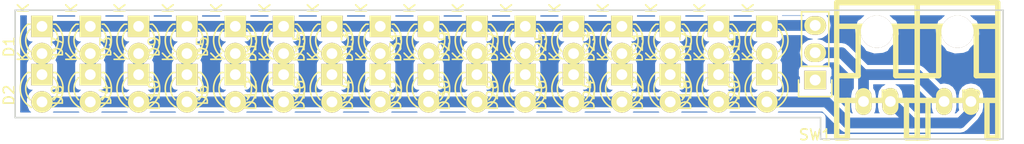
<source format=kicad_pcb>
(kicad_pcb (version 4) (host pcbnew 4.0.3-stable)

  (general
    (links 51)
    (no_connects 8)
    (area -0.075001 -0.075001 92.075001 12.075001)
    (thickness 1.6)
    (drawings 6)
    (tracks 52)
    (zones 0)
    (modules 35)
    (nets 20)
  )

  (page A4)
  (layers
    (0 F.Cu signal)
    (31 B.Cu signal)
    (32 B.Adhes user)
    (33 F.Adhes user)
    (34 B.Paste user)
    (35 F.Paste user)
    (36 B.SilkS user)
    (37 F.SilkS user)
    (38 B.Mask user)
    (39 F.Mask user)
    (40 Dwgs.User user)
    (41 Cmts.User user)
    (42 Eco1.User user)
    (43 Eco2.User user)
    (44 Edge.Cuts user)
    (45 Margin user)
    (46 B.CrtYd user)
    (47 F.CrtYd user)
    (48 B.Fab user)
    (49 F.Fab user)
  )

  (setup
    (last_trace_width 1)
    (user_trace_width 0.5)
    (user_trace_width 1)
    (trace_clearance 0.2)
    (zone_clearance 0.4)
    (zone_45_only no)
    (trace_min 0.2)
    (segment_width 0.2)
    (edge_width 0.15)
    (via_size 0.6)
    (via_drill 0.4)
    (via_min_size 0.4)
    (via_min_drill 0.3)
    (user_via 1.2 0.8)
    (uvia_size 0.3)
    (uvia_drill 0.1)
    (uvias_allowed no)
    (uvia_min_size 0.2)
    (uvia_min_drill 0.1)
    (pcb_text_width 0.3)
    (pcb_text_size 1.5 1.5)
    (mod_edge_width 0.15)
    (mod_text_size 1 1)
    (mod_text_width 0.15)
    (pad_size 1.524 1.524)
    (pad_drill 0.762)
    (pad_to_mask_clearance 0.2)
    (aux_axis_origin 0 0)
    (visible_elements 7FFFFFFF)
    (pcbplotparams
      (layerselection 0x01000_80000000)
      (usegerberextensions false)
      (excludeedgelayer true)
      (linewidth 0.100000)
      (plotframeref false)
      (viasonmask false)
      (mode 1)
      (useauxorigin false)
      (hpglpennumber 1)
      (hpglpenspeed 20)
      (hpglpendiameter 15)
      (hpglpenoverlay 2)
      (psnegative false)
      (psa4output false)
      (plotreference true)
      (plotvalue true)
      (plotinvisibletext false)
      (padsonsilk false)
      (subtractmaskfromsilk false)
      (outputformat 1)
      (mirror false)
      (drillshape 0)
      (scaleselection 1)
      (outputdirectory ""))
  )

  (net 0 "")
  (net 1 +BATT)
  (net 2 "Net-(D1-Pad2)")
  (net 3 GND)
  (net 4 "Net-(D3-Pad2)")
  (net 5 "Net-(D5-Pad2)")
  (net 6 "Net-(D7-Pad2)")
  (net 7 "Net-(D10-Pad1)")
  (net 8 "Net-(D11-Pad2)")
  (net 9 "Net-(D13-Pad2)")
  (net 10 "Net-(D15-Pad2)")
  (net 11 "Net-(D1-Pad1)")
  (net 12 "Net-(D17-Pad2)")
  (net 13 "Net-(D19-Pad2)")
  (net 14 "Net-(D21-Pad2)")
  (net 15 "Net-(D23-Pad2)")
  (net 16 "Net-(D25-Pad2)")
  (net 17 "Net-(D27-Pad2)")
  (net 18 "Net-(D29-Pad2)")
  (net 19 "Net-(D31-Pad2)")

  (net_class Default "これは標準のネット クラスです。"
    (clearance 0.2)
    (trace_width 0.25)
    (via_dia 0.6)
    (via_drill 0.4)
    (uvia_dia 0.3)
    (uvia_drill 0.1)
    (add_net +BATT)
    (add_net GND)
    (add_net "Net-(D1-Pad1)")
    (add_net "Net-(D1-Pad2)")
    (add_net "Net-(D10-Pad1)")
    (add_net "Net-(D11-Pad2)")
    (add_net "Net-(D13-Pad2)")
    (add_net "Net-(D15-Pad2)")
    (add_net "Net-(D17-Pad2)")
    (add_net "Net-(D19-Pad2)")
    (add_net "Net-(D21-Pad2)")
    (add_net "Net-(D23-Pad2)")
    (add_net "Net-(D25-Pad2)")
    (add_net "Net-(D27-Pad2)")
    (add_net "Net-(D29-Pad2)")
    (add_net "Net-(D3-Pad2)")
    (add_net "Net-(D31-Pad2)")
    (add_net "Net-(D5-Pad2)")
    (add_net "Net-(D7-Pad2)")
  )

  (module LEDs:LED-3MM (layer F.Cu) (tedit 559B82F6) (tstamp 57DC91E3)
    (at 2.5 1.5 270)
    (descr "LED 3mm round vertical")
    (tags "LED  3mm round vertical")
    (path /57DC9035)
    (fp_text reference D1 (at 1.91 3.06 270) (layer F.SilkS)
      (effects (font (size 1 1) (thickness 0.15)))
    )
    (fp_text value LED (at 1.3 -2.9 270) (layer F.Fab)
      (effects (font (size 1 1) (thickness 0.15)))
    )
    (fp_line (start -1.2 2.3) (end 3.8 2.3) (layer F.CrtYd) (width 0.05))
    (fp_line (start 3.8 2.3) (end 3.8 -2.2) (layer F.CrtYd) (width 0.05))
    (fp_line (start 3.8 -2.2) (end -1.2 -2.2) (layer F.CrtYd) (width 0.05))
    (fp_line (start -1.2 -2.2) (end -1.2 2.3) (layer F.CrtYd) (width 0.05))
    (fp_line (start -0.199 1.314) (end -0.199 1.114) (layer F.SilkS) (width 0.15))
    (fp_line (start -0.199 -1.28) (end -0.199 -1.1) (layer F.SilkS) (width 0.15))
    (fp_arc (start 1.301 0.034) (end -0.199 -1.286) (angle 108.5) (layer F.SilkS) (width 0.15))
    (fp_arc (start 1.301 0.034) (end 0.25 -1.1) (angle 85.7) (layer F.SilkS) (width 0.15))
    (fp_arc (start 1.311 0.034) (end 3.051 0.994) (angle 110) (layer F.SilkS) (width 0.15))
    (fp_arc (start 1.301 0.034) (end 2.335 1.094) (angle 87.5) (layer F.SilkS) (width 0.15))
    (fp_text user K (at -1.69 1.74 270) (layer F.SilkS)
      (effects (font (size 1 1) (thickness 0.15)))
    )
    (pad 1 thru_hole rect (at 0 0) (size 2 2) (drill 1.00076) (layers *.Cu *.Mask F.SilkS)
      (net 11 "Net-(D1-Pad1)"))
    (pad 2 thru_hole circle (at 2.54 0 270) (size 2 2) (drill 1.00076) (layers *.Cu *.Mask F.SilkS)
      (net 2 "Net-(D1-Pad2)"))
    (model LEDs.3dshapes/LED-3MM.wrl
      (at (xyz 0.05 0 0))
      (scale (xyz 1 1 1))
      (rotate (xyz 0 0 90))
    )
  )

  (module LEDs:LED-3MM (layer F.Cu) (tedit 559B82F6) (tstamp 57DC91E9)
    (at 2.5 6 270)
    (descr "LED 3mm round vertical")
    (tags "LED  3mm round vertical")
    (path /57DC907D)
    (fp_text reference D2 (at 1.91 3.06 270) (layer F.SilkS)
      (effects (font (size 1 1) (thickness 0.15)))
    )
    (fp_text value LED (at 1.3 -2.9 270) (layer F.Fab)
      (effects (font (size 1 1) (thickness 0.15)))
    )
    (fp_line (start -1.2 2.3) (end 3.8 2.3) (layer F.CrtYd) (width 0.05))
    (fp_line (start 3.8 2.3) (end 3.8 -2.2) (layer F.CrtYd) (width 0.05))
    (fp_line (start 3.8 -2.2) (end -1.2 -2.2) (layer F.CrtYd) (width 0.05))
    (fp_line (start -1.2 -2.2) (end -1.2 2.3) (layer F.CrtYd) (width 0.05))
    (fp_line (start -0.199 1.314) (end -0.199 1.114) (layer F.SilkS) (width 0.15))
    (fp_line (start -0.199 -1.28) (end -0.199 -1.1) (layer F.SilkS) (width 0.15))
    (fp_arc (start 1.301 0.034) (end -0.199 -1.286) (angle 108.5) (layer F.SilkS) (width 0.15))
    (fp_arc (start 1.301 0.034) (end 0.25 -1.1) (angle 85.7) (layer F.SilkS) (width 0.15))
    (fp_arc (start 1.311 0.034) (end 3.051 0.994) (angle 110) (layer F.SilkS) (width 0.15))
    (fp_arc (start 1.301 0.034) (end 2.335 1.094) (angle 87.5) (layer F.SilkS) (width 0.15))
    (fp_text user K (at -1.69 1.74 270) (layer F.SilkS)
      (effects (font (size 1 1) (thickness 0.15)))
    )
    (pad 1 thru_hole rect (at 0 0) (size 2 2) (drill 1.00076) (layers *.Cu *.Mask F.SilkS)
      (net 2 "Net-(D1-Pad2)"))
    (pad 2 thru_hole circle (at 2.54 0 270) (size 2 2) (drill 1.00076) (layers *.Cu *.Mask F.SilkS)
      (net 3 GND))
    (model LEDs.3dshapes/LED-3MM.wrl
      (at (xyz 0.05 0 0))
      (scale (xyz 1 1 1))
      (rotate (xyz 0 0 90))
    )
  )

  (module LEDs:LED-3MM (layer F.Cu) (tedit 559B82F6) (tstamp 57DC91EF)
    (at 11.5 1.5 270)
    (descr "LED 3mm round vertical")
    (tags "LED  3mm round vertical")
    (path /57DC92BC)
    (fp_text reference D3 (at 1.91 3.06 270) (layer F.SilkS)
      (effects (font (size 1 1) (thickness 0.15)))
    )
    (fp_text value LED (at 1.3 -2.9 270) (layer F.Fab)
      (effects (font (size 1 1) (thickness 0.15)))
    )
    (fp_line (start -1.2 2.3) (end 3.8 2.3) (layer F.CrtYd) (width 0.05))
    (fp_line (start 3.8 2.3) (end 3.8 -2.2) (layer F.CrtYd) (width 0.05))
    (fp_line (start 3.8 -2.2) (end -1.2 -2.2) (layer F.CrtYd) (width 0.05))
    (fp_line (start -1.2 -2.2) (end -1.2 2.3) (layer F.CrtYd) (width 0.05))
    (fp_line (start -0.199 1.314) (end -0.199 1.114) (layer F.SilkS) (width 0.15))
    (fp_line (start -0.199 -1.28) (end -0.199 -1.1) (layer F.SilkS) (width 0.15))
    (fp_arc (start 1.301 0.034) (end -0.199 -1.286) (angle 108.5) (layer F.SilkS) (width 0.15))
    (fp_arc (start 1.301 0.034) (end 0.25 -1.1) (angle 85.7) (layer F.SilkS) (width 0.15))
    (fp_arc (start 1.311 0.034) (end 3.051 0.994) (angle 110) (layer F.SilkS) (width 0.15))
    (fp_arc (start 1.301 0.034) (end 2.335 1.094) (angle 87.5) (layer F.SilkS) (width 0.15))
    (fp_text user K (at -1.69 1.74 270) (layer F.SilkS)
      (effects (font (size 1 1) (thickness 0.15)))
    )
    (pad 1 thru_hole rect (at 0 0) (size 2 2) (drill 1.00076) (layers *.Cu *.Mask F.SilkS)
      (net 11 "Net-(D1-Pad1)"))
    (pad 2 thru_hole circle (at 2.54 0 270) (size 2 2) (drill 1.00076) (layers *.Cu *.Mask F.SilkS)
      (net 4 "Net-(D3-Pad2)"))
    (model LEDs.3dshapes/LED-3MM.wrl
      (at (xyz 0.05 0 0))
      (scale (xyz 1 1 1))
      (rotate (xyz 0 0 90))
    )
  )

  (module LEDs:LED-3MM (layer F.Cu) (tedit 559B82F6) (tstamp 57DC91F5)
    (at 11.5 6 270)
    (descr "LED 3mm round vertical")
    (tags "LED  3mm round vertical")
    (path /57DC92C2)
    (fp_text reference D4 (at 1.91 3.06 270) (layer F.SilkS)
      (effects (font (size 1 1) (thickness 0.15)))
    )
    (fp_text value LED (at 1.3 -2.9 270) (layer F.Fab)
      (effects (font (size 1 1) (thickness 0.15)))
    )
    (fp_line (start -1.2 2.3) (end 3.8 2.3) (layer F.CrtYd) (width 0.05))
    (fp_line (start 3.8 2.3) (end 3.8 -2.2) (layer F.CrtYd) (width 0.05))
    (fp_line (start 3.8 -2.2) (end -1.2 -2.2) (layer F.CrtYd) (width 0.05))
    (fp_line (start -1.2 -2.2) (end -1.2 2.3) (layer F.CrtYd) (width 0.05))
    (fp_line (start -0.199 1.314) (end -0.199 1.114) (layer F.SilkS) (width 0.15))
    (fp_line (start -0.199 -1.28) (end -0.199 -1.1) (layer F.SilkS) (width 0.15))
    (fp_arc (start 1.301 0.034) (end -0.199 -1.286) (angle 108.5) (layer F.SilkS) (width 0.15))
    (fp_arc (start 1.301 0.034) (end 0.25 -1.1) (angle 85.7) (layer F.SilkS) (width 0.15))
    (fp_arc (start 1.311 0.034) (end 3.051 0.994) (angle 110) (layer F.SilkS) (width 0.15))
    (fp_arc (start 1.301 0.034) (end 2.335 1.094) (angle 87.5) (layer F.SilkS) (width 0.15))
    (fp_text user K (at -1.69 1.74 270) (layer F.SilkS)
      (effects (font (size 1 1) (thickness 0.15)))
    )
    (pad 1 thru_hole rect (at 0 0) (size 2 2) (drill 1.00076) (layers *.Cu *.Mask F.SilkS)
      (net 4 "Net-(D3-Pad2)"))
    (pad 2 thru_hole circle (at 2.54 0 270) (size 2 2) (drill 1.00076) (layers *.Cu *.Mask F.SilkS)
      (net 3 GND))
    (model LEDs.3dshapes/LED-3MM.wrl
      (at (xyz 0.05 0 0))
      (scale (xyz 1 1 1))
      (rotate (xyz 0 0 90))
    )
  )

  (module LEDs:LED-3MM (layer F.Cu) (tedit 559B82F6) (tstamp 57DC91FB)
    (at 20.5 1.5 270)
    (descr "LED 3mm round vertical")
    (tags "LED  3mm round vertical")
    (path /57DC9367)
    (fp_text reference D5 (at 1.91 3.06 270) (layer F.SilkS)
      (effects (font (size 1 1) (thickness 0.15)))
    )
    (fp_text value LED (at 1.3 -2.9 270) (layer F.Fab)
      (effects (font (size 1 1) (thickness 0.15)))
    )
    (fp_line (start -1.2 2.3) (end 3.8 2.3) (layer F.CrtYd) (width 0.05))
    (fp_line (start 3.8 2.3) (end 3.8 -2.2) (layer F.CrtYd) (width 0.05))
    (fp_line (start 3.8 -2.2) (end -1.2 -2.2) (layer F.CrtYd) (width 0.05))
    (fp_line (start -1.2 -2.2) (end -1.2 2.3) (layer F.CrtYd) (width 0.05))
    (fp_line (start -0.199 1.314) (end -0.199 1.114) (layer F.SilkS) (width 0.15))
    (fp_line (start -0.199 -1.28) (end -0.199 -1.1) (layer F.SilkS) (width 0.15))
    (fp_arc (start 1.301 0.034) (end -0.199 -1.286) (angle 108.5) (layer F.SilkS) (width 0.15))
    (fp_arc (start 1.301 0.034) (end 0.25 -1.1) (angle 85.7) (layer F.SilkS) (width 0.15))
    (fp_arc (start 1.311 0.034) (end 3.051 0.994) (angle 110) (layer F.SilkS) (width 0.15))
    (fp_arc (start 1.301 0.034) (end 2.335 1.094) (angle 87.5) (layer F.SilkS) (width 0.15))
    (fp_text user K (at -1.69 1.74 270) (layer F.SilkS)
      (effects (font (size 1 1) (thickness 0.15)))
    )
    (pad 1 thru_hole rect (at 0 0) (size 2 2) (drill 1.00076) (layers *.Cu *.Mask F.SilkS)
      (net 11 "Net-(D1-Pad1)"))
    (pad 2 thru_hole circle (at 2.54 0 270) (size 2 2) (drill 1.00076) (layers *.Cu *.Mask F.SilkS)
      (net 5 "Net-(D5-Pad2)"))
    (model LEDs.3dshapes/LED-3MM.wrl
      (at (xyz 0.05 0 0))
      (scale (xyz 1 1 1))
      (rotate (xyz 0 0 90))
    )
  )

  (module LEDs:LED-3MM (layer F.Cu) (tedit 559B82F6) (tstamp 57DC9201)
    (at 20.5 6 270)
    (descr "LED 3mm round vertical")
    (tags "LED  3mm round vertical")
    (path /57DC936D)
    (fp_text reference D6 (at 1.91 3.06 270) (layer F.SilkS)
      (effects (font (size 1 1) (thickness 0.15)))
    )
    (fp_text value LED (at 1.3 -2.9 270) (layer F.Fab)
      (effects (font (size 1 1) (thickness 0.15)))
    )
    (fp_line (start -1.2 2.3) (end 3.8 2.3) (layer F.CrtYd) (width 0.05))
    (fp_line (start 3.8 2.3) (end 3.8 -2.2) (layer F.CrtYd) (width 0.05))
    (fp_line (start 3.8 -2.2) (end -1.2 -2.2) (layer F.CrtYd) (width 0.05))
    (fp_line (start -1.2 -2.2) (end -1.2 2.3) (layer F.CrtYd) (width 0.05))
    (fp_line (start -0.199 1.314) (end -0.199 1.114) (layer F.SilkS) (width 0.15))
    (fp_line (start -0.199 -1.28) (end -0.199 -1.1) (layer F.SilkS) (width 0.15))
    (fp_arc (start 1.301 0.034) (end -0.199 -1.286) (angle 108.5) (layer F.SilkS) (width 0.15))
    (fp_arc (start 1.301 0.034) (end 0.25 -1.1) (angle 85.7) (layer F.SilkS) (width 0.15))
    (fp_arc (start 1.311 0.034) (end 3.051 0.994) (angle 110) (layer F.SilkS) (width 0.15))
    (fp_arc (start 1.301 0.034) (end 2.335 1.094) (angle 87.5) (layer F.SilkS) (width 0.15))
    (fp_text user K (at -1.69 1.74 270) (layer F.SilkS)
      (effects (font (size 1 1) (thickness 0.15)))
    )
    (pad 1 thru_hole rect (at 0 0) (size 2 2) (drill 1.00076) (layers *.Cu *.Mask F.SilkS)
      (net 5 "Net-(D5-Pad2)"))
    (pad 2 thru_hole circle (at 2.54 0 270) (size 2 2) (drill 1.00076) (layers *.Cu *.Mask F.SilkS)
      (net 3 GND))
    (model LEDs.3dshapes/LED-3MM.wrl
      (at (xyz 0.05 0 0))
      (scale (xyz 1 1 1))
      (rotate (xyz 0 0 90))
    )
  )

  (module LEDs:LED-3MM (layer F.Cu) (tedit 559B82F6) (tstamp 57DC9207)
    (at 7 1.5 270)
    (descr "LED 3mm round vertical")
    (tags "LED  3mm round vertical")
    (path /57DC9373)
    (fp_text reference D7 (at 1.91 3.06 270) (layer F.SilkS)
      (effects (font (size 1 1) (thickness 0.15)))
    )
    (fp_text value LED (at 1.3 -2.9 270) (layer F.Fab)
      (effects (font (size 1 1) (thickness 0.15)))
    )
    (fp_line (start -1.2 2.3) (end 3.8 2.3) (layer F.CrtYd) (width 0.05))
    (fp_line (start 3.8 2.3) (end 3.8 -2.2) (layer F.CrtYd) (width 0.05))
    (fp_line (start 3.8 -2.2) (end -1.2 -2.2) (layer F.CrtYd) (width 0.05))
    (fp_line (start -1.2 -2.2) (end -1.2 2.3) (layer F.CrtYd) (width 0.05))
    (fp_line (start -0.199 1.314) (end -0.199 1.114) (layer F.SilkS) (width 0.15))
    (fp_line (start -0.199 -1.28) (end -0.199 -1.1) (layer F.SilkS) (width 0.15))
    (fp_arc (start 1.301 0.034) (end -0.199 -1.286) (angle 108.5) (layer F.SilkS) (width 0.15))
    (fp_arc (start 1.301 0.034) (end 0.25 -1.1) (angle 85.7) (layer F.SilkS) (width 0.15))
    (fp_arc (start 1.311 0.034) (end 3.051 0.994) (angle 110) (layer F.SilkS) (width 0.15))
    (fp_arc (start 1.301 0.034) (end 2.335 1.094) (angle 87.5) (layer F.SilkS) (width 0.15))
    (fp_text user K (at -1.69 1.74 270) (layer F.SilkS)
      (effects (font (size 1 1) (thickness 0.15)))
    )
    (pad 1 thru_hole rect (at 0 0) (size 2 2) (drill 1.00076) (layers *.Cu *.Mask F.SilkS)
      (net 11 "Net-(D1-Pad1)"))
    (pad 2 thru_hole circle (at 2.54 0 270) (size 2 2) (drill 1.00076) (layers *.Cu *.Mask F.SilkS)
      (net 6 "Net-(D7-Pad2)"))
    (model LEDs.3dshapes/LED-3MM.wrl
      (at (xyz 0.05 0 0))
      (scale (xyz 1 1 1))
      (rotate (xyz 0 0 90))
    )
  )

  (module LEDs:LED-3MM (layer F.Cu) (tedit 559B82F6) (tstamp 57DC920D)
    (at 7 6 270)
    (descr "LED 3mm round vertical")
    (tags "LED  3mm round vertical")
    (path /57DC9379)
    (fp_text reference D8 (at 1.91 3.06 270) (layer F.SilkS)
      (effects (font (size 1 1) (thickness 0.15)))
    )
    (fp_text value LED (at 1.3 -2.9 270) (layer F.Fab)
      (effects (font (size 1 1) (thickness 0.15)))
    )
    (fp_line (start -1.2 2.3) (end 3.8 2.3) (layer F.CrtYd) (width 0.05))
    (fp_line (start 3.8 2.3) (end 3.8 -2.2) (layer F.CrtYd) (width 0.05))
    (fp_line (start 3.8 -2.2) (end -1.2 -2.2) (layer F.CrtYd) (width 0.05))
    (fp_line (start -1.2 -2.2) (end -1.2 2.3) (layer F.CrtYd) (width 0.05))
    (fp_line (start -0.199 1.314) (end -0.199 1.114) (layer F.SilkS) (width 0.15))
    (fp_line (start -0.199 -1.28) (end -0.199 -1.1) (layer F.SilkS) (width 0.15))
    (fp_arc (start 1.301 0.034) (end -0.199 -1.286) (angle 108.5) (layer F.SilkS) (width 0.15))
    (fp_arc (start 1.301 0.034) (end 0.25 -1.1) (angle 85.7) (layer F.SilkS) (width 0.15))
    (fp_arc (start 1.311 0.034) (end 3.051 0.994) (angle 110) (layer F.SilkS) (width 0.15))
    (fp_arc (start 1.301 0.034) (end 2.335 1.094) (angle 87.5) (layer F.SilkS) (width 0.15))
    (fp_text user K (at -1.69 1.74 270) (layer F.SilkS)
      (effects (font (size 1 1) (thickness 0.15)))
    )
    (pad 1 thru_hole rect (at 0 0) (size 2 2) (drill 1.00076) (layers *.Cu *.Mask F.SilkS)
      (net 6 "Net-(D7-Pad2)"))
    (pad 2 thru_hole circle (at 2.54 0 270) (size 2 2) (drill 1.00076) (layers *.Cu *.Mask F.SilkS)
      (net 3 GND))
    (model LEDs.3dshapes/LED-3MM.wrl
      (at (xyz 0.05 0 0))
      (scale (xyz 1 1 1))
      (rotate (xyz 0 0 90))
    )
  )

  (module LEDs:LED-3MM (layer F.Cu) (tedit 559B82F6) (tstamp 57DC9213)
    (at 16 1.5 270)
    (descr "LED 3mm round vertical")
    (tags "LED  3mm round vertical")
    (path /57DC9652)
    (fp_text reference D9 (at 1.91 3.06 270) (layer F.SilkS)
      (effects (font (size 1 1) (thickness 0.15)))
    )
    (fp_text value LED (at 1.3 -2.9 270) (layer F.Fab)
      (effects (font (size 1 1) (thickness 0.15)))
    )
    (fp_line (start -1.2 2.3) (end 3.8 2.3) (layer F.CrtYd) (width 0.05))
    (fp_line (start 3.8 2.3) (end 3.8 -2.2) (layer F.CrtYd) (width 0.05))
    (fp_line (start 3.8 -2.2) (end -1.2 -2.2) (layer F.CrtYd) (width 0.05))
    (fp_line (start -1.2 -2.2) (end -1.2 2.3) (layer F.CrtYd) (width 0.05))
    (fp_line (start -0.199 1.314) (end -0.199 1.114) (layer F.SilkS) (width 0.15))
    (fp_line (start -0.199 -1.28) (end -0.199 -1.1) (layer F.SilkS) (width 0.15))
    (fp_arc (start 1.301 0.034) (end -0.199 -1.286) (angle 108.5) (layer F.SilkS) (width 0.15))
    (fp_arc (start 1.301 0.034) (end 0.25 -1.1) (angle 85.7) (layer F.SilkS) (width 0.15))
    (fp_arc (start 1.311 0.034) (end 3.051 0.994) (angle 110) (layer F.SilkS) (width 0.15))
    (fp_arc (start 1.301 0.034) (end 2.335 1.094) (angle 87.5) (layer F.SilkS) (width 0.15))
    (fp_text user K (at -1.69 1.74 270) (layer F.SilkS)
      (effects (font (size 1 1) (thickness 0.15)))
    )
    (pad 1 thru_hole rect (at 0 0) (size 2 2) (drill 1.00076) (layers *.Cu *.Mask F.SilkS)
      (net 11 "Net-(D1-Pad1)"))
    (pad 2 thru_hole circle (at 2.54 0 270) (size 2 2) (drill 1.00076) (layers *.Cu *.Mask F.SilkS)
      (net 7 "Net-(D10-Pad1)"))
    (model LEDs.3dshapes/LED-3MM.wrl
      (at (xyz 0.05 0 0))
      (scale (xyz 1 1 1))
      (rotate (xyz 0 0 90))
    )
  )

  (module LEDs:LED-3MM (layer F.Cu) (tedit 559B82F6) (tstamp 57DC9219)
    (at 16 6 270)
    (descr "LED 3mm round vertical")
    (tags "LED  3mm round vertical")
    (path /57DC9658)
    (fp_text reference D10 (at 1.91 3.06 270) (layer F.SilkS)
      (effects (font (size 1 1) (thickness 0.15)))
    )
    (fp_text value LED (at 1.3 -2.9 270) (layer F.Fab)
      (effects (font (size 1 1) (thickness 0.15)))
    )
    (fp_line (start -1.2 2.3) (end 3.8 2.3) (layer F.CrtYd) (width 0.05))
    (fp_line (start 3.8 2.3) (end 3.8 -2.2) (layer F.CrtYd) (width 0.05))
    (fp_line (start 3.8 -2.2) (end -1.2 -2.2) (layer F.CrtYd) (width 0.05))
    (fp_line (start -1.2 -2.2) (end -1.2 2.3) (layer F.CrtYd) (width 0.05))
    (fp_line (start -0.199 1.314) (end -0.199 1.114) (layer F.SilkS) (width 0.15))
    (fp_line (start -0.199 -1.28) (end -0.199 -1.1) (layer F.SilkS) (width 0.15))
    (fp_arc (start 1.301 0.034) (end -0.199 -1.286) (angle 108.5) (layer F.SilkS) (width 0.15))
    (fp_arc (start 1.301 0.034) (end 0.25 -1.1) (angle 85.7) (layer F.SilkS) (width 0.15))
    (fp_arc (start 1.311 0.034) (end 3.051 0.994) (angle 110) (layer F.SilkS) (width 0.15))
    (fp_arc (start 1.301 0.034) (end 2.335 1.094) (angle 87.5) (layer F.SilkS) (width 0.15))
    (fp_text user K (at -1.69 1.74 270) (layer F.SilkS)
      (effects (font (size 1 1) (thickness 0.15)))
    )
    (pad 1 thru_hole rect (at 0 0) (size 2 2) (drill 1.00076) (layers *.Cu *.Mask F.SilkS)
      (net 7 "Net-(D10-Pad1)"))
    (pad 2 thru_hole circle (at 2.54 0 270) (size 2 2) (drill 1.00076) (layers *.Cu *.Mask F.SilkS)
      (net 3 GND))
    (model LEDs.3dshapes/LED-3MM.wrl
      (at (xyz 0.05 0 0))
      (scale (xyz 1 1 1))
      (rotate (xyz 0 0 90))
    )
  )

  (module LEDs:LED-3MM (layer F.Cu) (tedit 559B82F6) (tstamp 57DC921F)
    (at 25 1.5 270)
    (descr "LED 3mm round vertical")
    (tags "LED  3mm round vertical")
    (path /57DC965E)
    (fp_text reference D11 (at 1.91 3.06 270) (layer F.SilkS)
      (effects (font (size 1 1) (thickness 0.15)))
    )
    (fp_text value LED (at 1.3 -2.9 270) (layer F.Fab)
      (effects (font (size 1 1) (thickness 0.15)))
    )
    (fp_line (start -1.2 2.3) (end 3.8 2.3) (layer F.CrtYd) (width 0.05))
    (fp_line (start 3.8 2.3) (end 3.8 -2.2) (layer F.CrtYd) (width 0.05))
    (fp_line (start 3.8 -2.2) (end -1.2 -2.2) (layer F.CrtYd) (width 0.05))
    (fp_line (start -1.2 -2.2) (end -1.2 2.3) (layer F.CrtYd) (width 0.05))
    (fp_line (start -0.199 1.314) (end -0.199 1.114) (layer F.SilkS) (width 0.15))
    (fp_line (start -0.199 -1.28) (end -0.199 -1.1) (layer F.SilkS) (width 0.15))
    (fp_arc (start 1.301 0.034) (end -0.199 -1.286) (angle 108.5) (layer F.SilkS) (width 0.15))
    (fp_arc (start 1.301 0.034) (end 0.25 -1.1) (angle 85.7) (layer F.SilkS) (width 0.15))
    (fp_arc (start 1.311 0.034) (end 3.051 0.994) (angle 110) (layer F.SilkS) (width 0.15))
    (fp_arc (start 1.301 0.034) (end 2.335 1.094) (angle 87.5) (layer F.SilkS) (width 0.15))
    (fp_text user K (at -1.69 1.74 270) (layer F.SilkS)
      (effects (font (size 1 1) (thickness 0.15)))
    )
    (pad 1 thru_hole rect (at 0 0) (size 2 2) (drill 1.00076) (layers *.Cu *.Mask F.SilkS)
      (net 11 "Net-(D1-Pad1)"))
    (pad 2 thru_hole circle (at 2.54 0 270) (size 2 2) (drill 1.00076) (layers *.Cu *.Mask F.SilkS)
      (net 8 "Net-(D11-Pad2)"))
    (model LEDs.3dshapes/LED-3MM.wrl
      (at (xyz 0.05 0 0))
      (scale (xyz 1 1 1))
      (rotate (xyz 0 0 90))
    )
  )

  (module LEDs:LED-3MM (layer F.Cu) (tedit 559B82F6) (tstamp 57DC9225)
    (at 25 6 270)
    (descr "LED 3mm round vertical")
    (tags "LED  3mm round vertical")
    (path /57DC9664)
    (fp_text reference D12 (at 1.91 3.06 270) (layer F.SilkS)
      (effects (font (size 1 1) (thickness 0.15)))
    )
    (fp_text value LED (at 1.3 -2.9 270) (layer F.Fab)
      (effects (font (size 1 1) (thickness 0.15)))
    )
    (fp_line (start -1.2 2.3) (end 3.8 2.3) (layer F.CrtYd) (width 0.05))
    (fp_line (start 3.8 2.3) (end 3.8 -2.2) (layer F.CrtYd) (width 0.05))
    (fp_line (start 3.8 -2.2) (end -1.2 -2.2) (layer F.CrtYd) (width 0.05))
    (fp_line (start -1.2 -2.2) (end -1.2 2.3) (layer F.CrtYd) (width 0.05))
    (fp_line (start -0.199 1.314) (end -0.199 1.114) (layer F.SilkS) (width 0.15))
    (fp_line (start -0.199 -1.28) (end -0.199 -1.1) (layer F.SilkS) (width 0.15))
    (fp_arc (start 1.301 0.034) (end -0.199 -1.286) (angle 108.5) (layer F.SilkS) (width 0.15))
    (fp_arc (start 1.301 0.034) (end 0.25 -1.1) (angle 85.7) (layer F.SilkS) (width 0.15))
    (fp_arc (start 1.311 0.034) (end 3.051 0.994) (angle 110) (layer F.SilkS) (width 0.15))
    (fp_arc (start 1.301 0.034) (end 2.335 1.094) (angle 87.5) (layer F.SilkS) (width 0.15))
    (fp_text user K (at -1.69 1.74 270) (layer F.SilkS)
      (effects (font (size 1 1) (thickness 0.15)))
    )
    (pad 1 thru_hole rect (at 0 0) (size 2 2) (drill 1.00076) (layers *.Cu *.Mask F.SilkS)
      (net 8 "Net-(D11-Pad2)"))
    (pad 2 thru_hole circle (at 2.54 0 270) (size 2 2) (drill 1.00076) (layers *.Cu *.Mask F.SilkS)
      (net 3 GND))
    (model LEDs.3dshapes/LED-3MM.wrl
      (at (xyz 0.05 0 0))
      (scale (xyz 1 1 1))
      (rotate (xyz 0 0 90))
    )
  )

  (module LEDs:LED-3MM (layer F.Cu) (tedit 559B82F6) (tstamp 57DC922B)
    (at 34 1.5 270)
    (descr "LED 3mm round vertical")
    (tags "LED  3mm round vertical")
    (path /57DC966A)
    (fp_text reference D13 (at 1.91 3.06 270) (layer F.SilkS)
      (effects (font (size 1 1) (thickness 0.15)))
    )
    (fp_text value LED (at 1.3 -2.9 270) (layer F.Fab)
      (effects (font (size 1 1) (thickness 0.15)))
    )
    (fp_line (start -1.2 2.3) (end 3.8 2.3) (layer F.CrtYd) (width 0.05))
    (fp_line (start 3.8 2.3) (end 3.8 -2.2) (layer F.CrtYd) (width 0.05))
    (fp_line (start 3.8 -2.2) (end -1.2 -2.2) (layer F.CrtYd) (width 0.05))
    (fp_line (start -1.2 -2.2) (end -1.2 2.3) (layer F.CrtYd) (width 0.05))
    (fp_line (start -0.199 1.314) (end -0.199 1.114) (layer F.SilkS) (width 0.15))
    (fp_line (start -0.199 -1.28) (end -0.199 -1.1) (layer F.SilkS) (width 0.15))
    (fp_arc (start 1.301 0.034) (end -0.199 -1.286) (angle 108.5) (layer F.SilkS) (width 0.15))
    (fp_arc (start 1.301 0.034) (end 0.25 -1.1) (angle 85.7) (layer F.SilkS) (width 0.15))
    (fp_arc (start 1.311 0.034) (end 3.051 0.994) (angle 110) (layer F.SilkS) (width 0.15))
    (fp_arc (start 1.301 0.034) (end 2.335 1.094) (angle 87.5) (layer F.SilkS) (width 0.15))
    (fp_text user K (at -1.69 1.74 270) (layer F.SilkS)
      (effects (font (size 1 1) (thickness 0.15)))
    )
    (pad 1 thru_hole rect (at 0 0) (size 2 2) (drill 1.00076) (layers *.Cu *.Mask F.SilkS)
      (net 11 "Net-(D1-Pad1)"))
    (pad 2 thru_hole circle (at 2.54 0 270) (size 2 2) (drill 1.00076) (layers *.Cu *.Mask F.SilkS)
      (net 9 "Net-(D13-Pad2)"))
    (model LEDs.3dshapes/LED-3MM.wrl
      (at (xyz 0.05 0 0))
      (scale (xyz 1 1 1))
      (rotate (xyz 0 0 90))
    )
  )

  (module LEDs:LED-3MM (layer F.Cu) (tedit 559B82F6) (tstamp 57DC9231)
    (at 34 6 270)
    (descr "LED 3mm round vertical")
    (tags "LED  3mm round vertical")
    (path /57DC9670)
    (fp_text reference D14 (at 1.91 3.06 270) (layer F.SilkS)
      (effects (font (size 1 1) (thickness 0.15)))
    )
    (fp_text value LED (at 1.3 -2.9 270) (layer F.Fab)
      (effects (font (size 1 1) (thickness 0.15)))
    )
    (fp_line (start -1.2 2.3) (end 3.8 2.3) (layer F.CrtYd) (width 0.05))
    (fp_line (start 3.8 2.3) (end 3.8 -2.2) (layer F.CrtYd) (width 0.05))
    (fp_line (start 3.8 -2.2) (end -1.2 -2.2) (layer F.CrtYd) (width 0.05))
    (fp_line (start -1.2 -2.2) (end -1.2 2.3) (layer F.CrtYd) (width 0.05))
    (fp_line (start -0.199 1.314) (end -0.199 1.114) (layer F.SilkS) (width 0.15))
    (fp_line (start -0.199 -1.28) (end -0.199 -1.1) (layer F.SilkS) (width 0.15))
    (fp_arc (start 1.301 0.034) (end -0.199 -1.286) (angle 108.5) (layer F.SilkS) (width 0.15))
    (fp_arc (start 1.301 0.034) (end 0.25 -1.1) (angle 85.7) (layer F.SilkS) (width 0.15))
    (fp_arc (start 1.311 0.034) (end 3.051 0.994) (angle 110) (layer F.SilkS) (width 0.15))
    (fp_arc (start 1.301 0.034) (end 2.335 1.094) (angle 87.5) (layer F.SilkS) (width 0.15))
    (fp_text user K (at -1.69 1.74 270) (layer F.SilkS)
      (effects (font (size 1 1) (thickness 0.15)))
    )
    (pad 1 thru_hole rect (at 0 0) (size 2 2) (drill 1.00076) (layers *.Cu *.Mask F.SilkS)
      (net 9 "Net-(D13-Pad2)"))
    (pad 2 thru_hole circle (at 2.54 0 270) (size 2 2) (drill 1.00076) (layers *.Cu *.Mask F.SilkS)
      (net 3 GND))
    (model LEDs.3dshapes/LED-3MM.wrl
      (at (xyz 0.05 0 0))
      (scale (xyz 1 1 1))
      (rotate (xyz 0 0 90))
    )
  )

  (module LEDs:LED-3MM (layer F.Cu) (tedit 559B82F6) (tstamp 57DC9237)
    (at 29.5 1.5 270)
    (descr "LED 3mm round vertical")
    (tags "LED  3mm round vertical")
    (path /57DC9676)
    (fp_text reference D15 (at 1.91 3.06 270) (layer F.SilkS)
      (effects (font (size 1 1) (thickness 0.15)))
    )
    (fp_text value LED (at 1.3 -2.9 270) (layer F.Fab)
      (effects (font (size 1 1) (thickness 0.15)))
    )
    (fp_line (start -1.2 2.3) (end 3.8 2.3) (layer F.CrtYd) (width 0.05))
    (fp_line (start 3.8 2.3) (end 3.8 -2.2) (layer F.CrtYd) (width 0.05))
    (fp_line (start 3.8 -2.2) (end -1.2 -2.2) (layer F.CrtYd) (width 0.05))
    (fp_line (start -1.2 -2.2) (end -1.2 2.3) (layer F.CrtYd) (width 0.05))
    (fp_line (start -0.199 1.314) (end -0.199 1.114) (layer F.SilkS) (width 0.15))
    (fp_line (start -0.199 -1.28) (end -0.199 -1.1) (layer F.SilkS) (width 0.15))
    (fp_arc (start 1.301 0.034) (end -0.199 -1.286) (angle 108.5) (layer F.SilkS) (width 0.15))
    (fp_arc (start 1.301 0.034) (end 0.25 -1.1) (angle 85.7) (layer F.SilkS) (width 0.15))
    (fp_arc (start 1.311 0.034) (end 3.051 0.994) (angle 110) (layer F.SilkS) (width 0.15))
    (fp_arc (start 1.301 0.034) (end 2.335 1.094) (angle 87.5) (layer F.SilkS) (width 0.15))
    (fp_text user K (at -1.69 1.74 270) (layer F.SilkS)
      (effects (font (size 1 1) (thickness 0.15)))
    )
    (pad 1 thru_hole rect (at 0 0) (size 2 2) (drill 1.00076) (layers *.Cu *.Mask F.SilkS)
      (net 11 "Net-(D1-Pad1)"))
    (pad 2 thru_hole circle (at 2.54 0 270) (size 2 2) (drill 1.00076) (layers *.Cu *.Mask F.SilkS)
      (net 10 "Net-(D15-Pad2)"))
    (model LEDs.3dshapes/LED-3MM.wrl
      (at (xyz 0.05 0 0))
      (scale (xyz 1 1 1))
      (rotate (xyz 0 0 90))
    )
  )

  (module LEDs:LED-3MM (layer F.Cu) (tedit 559B82F6) (tstamp 57DC923D)
    (at 29.5 6 270)
    (descr "LED 3mm round vertical")
    (tags "LED  3mm round vertical")
    (path /57DC967C)
    (fp_text reference D16 (at 1.91 3.06 270) (layer F.SilkS)
      (effects (font (size 1 1) (thickness 0.15)))
    )
    (fp_text value LED (at 1.3 -2.9 270) (layer F.Fab)
      (effects (font (size 1 1) (thickness 0.15)))
    )
    (fp_line (start -1.2 2.3) (end 3.8 2.3) (layer F.CrtYd) (width 0.05))
    (fp_line (start 3.8 2.3) (end 3.8 -2.2) (layer F.CrtYd) (width 0.05))
    (fp_line (start 3.8 -2.2) (end -1.2 -2.2) (layer F.CrtYd) (width 0.05))
    (fp_line (start -1.2 -2.2) (end -1.2 2.3) (layer F.CrtYd) (width 0.05))
    (fp_line (start -0.199 1.314) (end -0.199 1.114) (layer F.SilkS) (width 0.15))
    (fp_line (start -0.199 -1.28) (end -0.199 -1.1) (layer F.SilkS) (width 0.15))
    (fp_arc (start 1.301 0.034) (end -0.199 -1.286) (angle 108.5) (layer F.SilkS) (width 0.15))
    (fp_arc (start 1.301 0.034) (end 0.25 -1.1) (angle 85.7) (layer F.SilkS) (width 0.15))
    (fp_arc (start 1.311 0.034) (end 3.051 0.994) (angle 110) (layer F.SilkS) (width 0.15))
    (fp_arc (start 1.301 0.034) (end 2.335 1.094) (angle 87.5) (layer F.SilkS) (width 0.15))
    (fp_text user K (at -1.69 1.74 270) (layer F.SilkS)
      (effects (font (size 1 1) (thickness 0.15)))
    )
    (pad 1 thru_hole rect (at 0 0) (size 2 2) (drill 1.00076) (layers *.Cu *.Mask F.SilkS)
      (net 10 "Net-(D15-Pad2)"))
    (pad 2 thru_hole circle (at 2.54 0 270) (size 2 2) (drill 1.00076) (layers *.Cu *.Mask F.SilkS)
      (net 3 GND))
    (model LEDs.3dshapes/LED-3MM.wrl
      (at (xyz 0.05 0 0))
      (scale (xyz 1 1 1))
      (rotate (xyz 0 0 90))
    )
  )

  (module RP_KiCAD_Connector:XA_2LC (layer F.Cu) (tedit 5763B232) (tstamp 57DC9244)
    (at 81.5 8.5 180)
    (path /57DC912C)
    (fp_text reference P1 (at 0 0.5 180) (layer F.SilkS)
      (effects (font (size 1 1) (thickness 0.15)))
    )
    (fp_text value CONN_01X02 (at 0 -0.5 180) (layer F.Fab)
      (effects (font (size 1 1) (thickness 0.15)))
    )
    (fp_line (start -1.5 -3.4) (end -2.5 -3.4) (layer F.SilkS) (width 0.5))
    (fp_line (start 5 -3.4) (end 4 -3.4) (layer F.SilkS) (width 0.5))
    (fp_line (start 4 -3.4) (end 4 0.1) (layer F.SilkS) (width 0.5))
    (fp_line (start -1.5 -3.4) (end -1.5 0.1) (layer F.SilkS) (width 0.5))
    (fp_line (start 3 2.4) (end 5 2.4) (layer F.SilkS) (width 0.5))
    (fp_line (start -0.5 2.4) (end -2.5 2.4) (layer F.SilkS) (width 0.5))
    (fp_line (start 3 2.4) (end 3 7) (layer F.SilkS) (width 0.5))
    (fp_line (start -0.5 2.4) (end -0.5 7) (layer F.SilkS) (width 0.5))
    (fp_line (start -2.5 0.1) (end 5 0.1) (layer F.SilkS) (width 0.5))
    (fp_line (start -2.5 7) (end 5 7) (layer F.SilkS) (width 0.5))
    (fp_line (start -2.5 9.2) (end 5 9.2) (layer F.SilkS) (width 0.5))
    (fp_line (start 5 -3.4) (end 5 9.2) (layer F.SilkS) (width 0.5))
    (fp_line (start -2.5 -3.4) (end -2.5 9.2) (layer F.SilkS) (width 0.5))
    (pad 1 thru_hole oval (at 0 0 180) (size 1.5 2.5) (drill 1) (layers *.Cu *.Mask F.SilkS)
      (net 3 GND))
    (pad 2 thru_hole oval (at 2.5 0 180) (size 1.5 2.5) (drill 1) (layers *.Cu *.Mask F.SilkS)
      (net 1 +BATT))
    (pad "" thru_hole circle (at 1.25 6.5 180) (size 3 3) (drill 3) (layers *.Cu *.Mask F.SilkS)
      (clearance -0.3))
    (model conn_XA/XA_2S.wrl
      (at (xyz 0.05 -0.2 0))
      (scale (xyz 4 4 4))
      (rotate (xyz 0 0 180))
    )
  )

  (module Pin_Headers:Pin_Header_Straight_1x03 (layer F.Cu) (tedit 0) (tstamp 57DC94C6)
    (at 74.5 6.5 180)
    (descr "Through hole pin header")
    (tags "pin header")
    (path /57DCA496)
    (fp_text reference SW1 (at 0 -5.1 180) (layer F.SilkS)
      (effects (font (size 1 1) (thickness 0.15)))
    )
    (fp_text value SWITCH_INV (at 0 -3.1 180) (layer F.Fab)
      (effects (font (size 1 1) (thickness 0.15)))
    )
    (fp_line (start -1.75 -1.75) (end -1.75 6.85) (layer F.CrtYd) (width 0.05))
    (fp_line (start 1.75 -1.75) (end 1.75 6.85) (layer F.CrtYd) (width 0.05))
    (fp_line (start -1.75 -1.75) (end 1.75 -1.75) (layer F.CrtYd) (width 0.05))
    (fp_line (start -1.75 6.85) (end 1.75 6.85) (layer F.CrtYd) (width 0.05))
    (fp_line (start -1.27 1.27) (end -1.27 6.35) (layer F.SilkS) (width 0.15))
    (fp_line (start -1.27 6.35) (end 1.27 6.35) (layer F.SilkS) (width 0.15))
    (fp_line (start 1.27 6.35) (end 1.27 1.27) (layer F.SilkS) (width 0.15))
    (fp_line (start 1.55 -1.55) (end 1.55 0) (layer F.SilkS) (width 0.15))
    (fp_line (start 1.27 1.27) (end -1.27 1.27) (layer F.SilkS) (width 0.15))
    (fp_line (start -1.55 0) (end -1.55 -1.55) (layer F.SilkS) (width 0.15))
    (fp_line (start -1.55 -1.55) (end 1.55 -1.55) (layer F.SilkS) (width 0.15))
    (pad 1 thru_hole rect (at 0 0 180) (size 2.032 1.7272) (drill 1.016) (layers *.Cu *.Mask F.SilkS))
    (pad 2 thru_hole oval (at 0 2.54 180) (size 2.032 1.7272) (drill 1.016) (layers *.Cu *.Mask F.SilkS)
      (net 1 +BATT))
    (pad 3 thru_hole oval (at 0 5.08 180) (size 2.032 1.7272) (drill 1.016) (layers *.Cu *.Mask F.SilkS)
      (net 11 "Net-(D1-Pad1)"))
    (model Pin_Headers.3dshapes/Pin_Header_Straight_1x03.wrl
      (at (xyz 0 -0.1 0))
      (scale (xyz 1 1 1))
      (rotate (xyz 0 0 90))
    )
  )

  (module LEDs:LED-3MM (layer F.Cu) (tedit 559B82F6) (tstamp 57DCAD8B)
    (at 65.5 1.5 270)
    (descr "LED 3mm round vertical")
    (tags "LED  3mm round vertical")
    (path /57DCAC5A)
    (fp_text reference D17 (at 1.91 3.06 270) (layer F.SilkS)
      (effects (font (size 1 1) (thickness 0.15)))
    )
    (fp_text value LED (at 1.3 -2.9 270) (layer F.Fab)
      (effects (font (size 1 1) (thickness 0.15)))
    )
    (fp_line (start -1.2 2.3) (end 3.8 2.3) (layer F.CrtYd) (width 0.05))
    (fp_line (start 3.8 2.3) (end 3.8 -2.2) (layer F.CrtYd) (width 0.05))
    (fp_line (start 3.8 -2.2) (end -1.2 -2.2) (layer F.CrtYd) (width 0.05))
    (fp_line (start -1.2 -2.2) (end -1.2 2.3) (layer F.CrtYd) (width 0.05))
    (fp_line (start -0.199 1.314) (end -0.199 1.114) (layer F.SilkS) (width 0.15))
    (fp_line (start -0.199 -1.28) (end -0.199 -1.1) (layer F.SilkS) (width 0.15))
    (fp_arc (start 1.301 0.034) (end -0.199 -1.286) (angle 108.5) (layer F.SilkS) (width 0.15))
    (fp_arc (start 1.301 0.034) (end 0.25 -1.1) (angle 85.7) (layer F.SilkS) (width 0.15))
    (fp_arc (start 1.311 0.034) (end 3.051 0.994) (angle 110) (layer F.SilkS) (width 0.15))
    (fp_arc (start 1.301 0.034) (end 2.335 1.094) (angle 87.5) (layer F.SilkS) (width 0.15))
    (fp_text user K (at -1.69 1.74 270) (layer F.SilkS)
      (effects (font (size 1 1) (thickness 0.15)))
    )
    (pad 1 thru_hole rect (at 0 0) (size 2 2) (drill 1.00076) (layers *.Cu *.Mask F.SilkS)
      (net 11 "Net-(D1-Pad1)"))
    (pad 2 thru_hole circle (at 2.54 0 270) (size 2 2) (drill 1.00076) (layers *.Cu *.Mask F.SilkS)
      (net 12 "Net-(D17-Pad2)"))
    (model LEDs.3dshapes/LED-3MM.wrl
      (at (xyz 0.05 0 0))
      (scale (xyz 1 1 1))
      (rotate (xyz 0 0 90))
    )
  )

  (module LEDs:LED-3MM (layer F.Cu) (tedit 559B82F6) (tstamp 57DCAD91)
    (at 65.5 6 270)
    (descr "LED 3mm round vertical")
    (tags "LED  3mm round vertical")
    (path /57DCAC60)
    (fp_text reference D18 (at 1.91 3.06 270) (layer F.SilkS)
      (effects (font (size 1 1) (thickness 0.15)))
    )
    (fp_text value LED (at 1.3 -2.9 270) (layer F.Fab)
      (effects (font (size 1 1) (thickness 0.15)))
    )
    (fp_line (start -1.2 2.3) (end 3.8 2.3) (layer F.CrtYd) (width 0.05))
    (fp_line (start 3.8 2.3) (end 3.8 -2.2) (layer F.CrtYd) (width 0.05))
    (fp_line (start 3.8 -2.2) (end -1.2 -2.2) (layer F.CrtYd) (width 0.05))
    (fp_line (start -1.2 -2.2) (end -1.2 2.3) (layer F.CrtYd) (width 0.05))
    (fp_line (start -0.199 1.314) (end -0.199 1.114) (layer F.SilkS) (width 0.15))
    (fp_line (start -0.199 -1.28) (end -0.199 -1.1) (layer F.SilkS) (width 0.15))
    (fp_arc (start 1.301 0.034) (end -0.199 -1.286) (angle 108.5) (layer F.SilkS) (width 0.15))
    (fp_arc (start 1.301 0.034) (end 0.25 -1.1) (angle 85.7) (layer F.SilkS) (width 0.15))
    (fp_arc (start 1.311 0.034) (end 3.051 0.994) (angle 110) (layer F.SilkS) (width 0.15))
    (fp_arc (start 1.301 0.034) (end 2.335 1.094) (angle 87.5) (layer F.SilkS) (width 0.15))
    (fp_text user K (at -1.69 1.74 270) (layer F.SilkS)
      (effects (font (size 1 1) (thickness 0.15)))
    )
    (pad 1 thru_hole rect (at 0 0) (size 2 2) (drill 1.00076) (layers *.Cu *.Mask F.SilkS)
      (net 12 "Net-(D17-Pad2)"))
    (pad 2 thru_hole circle (at 2.54 0 270) (size 2 2) (drill 1.00076) (layers *.Cu *.Mask F.SilkS)
      (net 3 GND))
    (model LEDs.3dshapes/LED-3MM.wrl
      (at (xyz 0.05 0 0))
      (scale (xyz 1 1 1))
      (rotate (xyz 0 0 90))
    )
  )

  (module LEDs:LED-3MM (layer F.Cu) (tedit 559B82F6) (tstamp 57DCAD97)
    (at 70 1.5 270)
    (descr "LED 3mm round vertical")
    (tags "LED  3mm round vertical")
    (path /57DCAB3A)
    (fp_text reference D19 (at 1.91 3.06 270) (layer F.SilkS)
      (effects (font (size 1 1) (thickness 0.15)))
    )
    (fp_text value LED (at 1.3 -2.9 270) (layer F.Fab)
      (effects (font (size 1 1) (thickness 0.15)))
    )
    (fp_line (start -1.2 2.3) (end 3.8 2.3) (layer F.CrtYd) (width 0.05))
    (fp_line (start 3.8 2.3) (end 3.8 -2.2) (layer F.CrtYd) (width 0.05))
    (fp_line (start 3.8 -2.2) (end -1.2 -2.2) (layer F.CrtYd) (width 0.05))
    (fp_line (start -1.2 -2.2) (end -1.2 2.3) (layer F.CrtYd) (width 0.05))
    (fp_line (start -0.199 1.314) (end -0.199 1.114) (layer F.SilkS) (width 0.15))
    (fp_line (start -0.199 -1.28) (end -0.199 -1.1) (layer F.SilkS) (width 0.15))
    (fp_arc (start 1.301 0.034) (end -0.199 -1.286) (angle 108.5) (layer F.SilkS) (width 0.15))
    (fp_arc (start 1.301 0.034) (end 0.25 -1.1) (angle 85.7) (layer F.SilkS) (width 0.15))
    (fp_arc (start 1.311 0.034) (end 3.051 0.994) (angle 110) (layer F.SilkS) (width 0.15))
    (fp_arc (start 1.301 0.034) (end 2.335 1.094) (angle 87.5) (layer F.SilkS) (width 0.15))
    (fp_text user K (at -1.69 1.74 270) (layer F.SilkS)
      (effects (font (size 1 1) (thickness 0.15)))
    )
    (pad 1 thru_hole rect (at 0 0) (size 2 2) (drill 1.00076) (layers *.Cu *.Mask F.SilkS)
      (net 11 "Net-(D1-Pad1)"))
    (pad 2 thru_hole circle (at 2.54 0 270) (size 2 2) (drill 1.00076) (layers *.Cu *.Mask F.SilkS)
      (net 13 "Net-(D19-Pad2)"))
    (model LEDs.3dshapes/LED-3MM.wrl
      (at (xyz 0.05 0 0))
      (scale (xyz 1 1 1))
      (rotate (xyz 0 0 90))
    )
  )

  (module LEDs:LED-3MM (layer F.Cu) (tedit 559B82F6) (tstamp 57DCAD9D)
    (at 70 6 270)
    (descr "LED 3mm round vertical")
    (tags "LED  3mm round vertical")
    (path /57DCAB40)
    (fp_text reference D20 (at 1.91 3.06 270) (layer F.SilkS)
      (effects (font (size 1 1) (thickness 0.15)))
    )
    (fp_text value LED (at 1.3 -2.9 270) (layer F.Fab)
      (effects (font (size 1 1) (thickness 0.15)))
    )
    (fp_line (start -1.2 2.3) (end 3.8 2.3) (layer F.CrtYd) (width 0.05))
    (fp_line (start 3.8 2.3) (end 3.8 -2.2) (layer F.CrtYd) (width 0.05))
    (fp_line (start 3.8 -2.2) (end -1.2 -2.2) (layer F.CrtYd) (width 0.05))
    (fp_line (start -1.2 -2.2) (end -1.2 2.3) (layer F.CrtYd) (width 0.05))
    (fp_line (start -0.199 1.314) (end -0.199 1.114) (layer F.SilkS) (width 0.15))
    (fp_line (start -0.199 -1.28) (end -0.199 -1.1) (layer F.SilkS) (width 0.15))
    (fp_arc (start 1.301 0.034) (end -0.199 -1.286) (angle 108.5) (layer F.SilkS) (width 0.15))
    (fp_arc (start 1.301 0.034) (end 0.25 -1.1) (angle 85.7) (layer F.SilkS) (width 0.15))
    (fp_arc (start 1.311 0.034) (end 3.051 0.994) (angle 110) (layer F.SilkS) (width 0.15))
    (fp_arc (start 1.301 0.034) (end 2.335 1.094) (angle 87.5) (layer F.SilkS) (width 0.15))
    (fp_text user K (at -1.69 1.74 270) (layer F.SilkS)
      (effects (font (size 1 1) (thickness 0.15)))
    )
    (pad 1 thru_hole rect (at 0 0) (size 2 2) (drill 1.00076) (layers *.Cu *.Mask F.SilkS)
      (net 13 "Net-(D19-Pad2)"))
    (pad 2 thru_hole circle (at 2.54 0 270) (size 2 2) (drill 1.00076) (layers *.Cu *.Mask F.SilkS)
      (net 3 GND))
    (model LEDs.3dshapes/LED-3MM.wrl
      (at (xyz 0.05 0 0))
      (scale (xyz 1 1 1))
      (rotate (xyz 0 0 90))
    )
  )

  (module LEDs:LED-3MM (layer F.Cu) (tedit 559B82F6) (tstamp 57DCADA3)
    (at 61 1.5 270)
    (descr "LED 3mm round vertical")
    (tags "LED  3mm round vertical")
    (path /57DCAB46)
    (fp_text reference D21 (at 1.91 3.06 270) (layer F.SilkS)
      (effects (font (size 1 1) (thickness 0.15)))
    )
    (fp_text value LED (at 1.3 -2.9 270) (layer F.Fab)
      (effects (font (size 1 1) (thickness 0.15)))
    )
    (fp_line (start -1.2 2.3) (end 3.8 2.3) (layer F.CrtYd) (width 0.05))
    (fp_line (start 3.8 2.3) (end 3.8 -2.2) (layer F.CrtYd) (width 0.05))
    (fp_line (start 3.8 -2.2) (end -1.2 -2.2) (layer F.CrtYd) (width 0.05))
    (fp_line (start -1.2 -2.2) (end -1.2 2.3) (layer F.CrtYd) (width 0.05))
    (fp_line (start -0.199 1.314) (end -0.199 1.114) (layer F.SilkS) (width 0.15))
    (fp_line (start -0.199 -1.28) (end -0.199 -1.1) (layer F.SilkS) (width 0.15))
    (fp_arc (start 1.301 0.034) (end -0.199 -1.286) (angle 108.5) (layer F.SilkS) (width 0.15))
    (fp_arc (start 1.301 0.034) (end 0.25 -1.1) (angle 85.7) (layer F.SilkS) (width 0.15))
    (fp_arc (start 1.311 0.034) (end 3.051 0.994) (angle 110) (layer F.SilkS) (width 0.15))
    (fp_arc (start 1.301 0.034) (end 2.335 1.094) (angle 87.5) (layer F.SilkS) (width 0.15))
    (fp_text user K (at -1.69 1.74 270) (layer F.SilkS)
      (effects (font (size 1 1) (thickness 0.15)))
    )
    (pad 1 thru_hole rect (at 0 0) (size 2 2) (drill 1.00076) (layers *.Cu *.Mask F.SilkS)
      (net 11 "Net-(D1-Pad1)"))
    (pad 2 thru_hole circle (at 2.54 0 270) (size 2 2) (drill 1.00076) (layers *.Cu *.Mask F.SilkS)
      (net 14 "Net-(D21-Pad2)"))
    (model LEDs.3dshapes/LED-3MM.wrl
      (at (xyz 0.05 0 0))
      (scale (xyz 1 1 1))
      (rotate (xyz 0 0 90))
    )
  )

  (module LEDs:LED-3MM (layer F.Cu) (tedit 559B82F6) (tstamp 57DCADA9)
    (at 61 6 270)
    (descr "LED 3mm round vertical")
    (tags "LED  3mm round vertical")
    (path /57DCAB4C)
    (fp_text reference D22 (at 1.91 3.06 270) (layer F.SilkS)
      (effects (font (size 1 1) (thickness 0.15)))
    )
    (fp_text value LED (at 1.3 -2.9 270) (layer F.Fab)
      (effects (font (size 1 1) (thickness 0.15)))
    )
    (fp_line (start -1.2 2.3) (end 3.8 2.3) (layer F.CrtYd) (width 0.05))
    (fp_line (start 3.8 2.3) (end 3.8 -2.2) (layer F.CrtYd) (width 0.05))
    (fp_line (start 3.8 -2.2) (end -1.2 -2.2) (layer F.CrtYd) (width 0.05))
    (fp_line (start -1.2 -2.2) (end -1.2 2.3) (layer F.CrtYd) (width 0.05))
    (fp_line (start -0.199 1.314) (end -0.199 1.114) (layer F.SilkS) (width 0.15))
    (fp_line (start -0.199 -1.28) (end -0.199 -1.1) (layer F.SilkS) (width 0.15))
    (fp_arc (start 1.301 0.034) (end -0.199 -1.286) (angle 108.5) (layer F.SilkS) (width 0.15))
    (fp_arc (start 1.301 0.034) (end 0.25 -1.1) (angle 85.7) (layer F.SilkS) (width 0.15))
    (fp_arc (start 1.311 0.034) (end 3.051 0.994) (angle 110) (layer F.SilkS) (width 0.15))
    (fp_arc (start 1.301 0.034) (end 2.335 1.094) (angle 87.5) (layer F.SilkS) (width 0.15))
    (fp_text user K (at -1.69 1.74 270) (layer F.SilkS)
      (effects (font (size 1 1) (thickness 0.15)))
    )
    (pad 1 thru_hole rect (at 0 0) (size 2 2) (drill 1.00076) (layers *.Cu *.Mask F.SilkS)
      (net 14 "Net-(D21-Pad2)"))
    (pad 2 thru_hole circle (at 2.54 0 270) (size 2 2) (drill 1.00076) (layers *.Cu *.Mask F.SilkS)
      (net 3 GND))
    (model LEDs.3dshapes/LED-3MM.wrl
      (at (xyz 0.05 0 0))
      (scale (xyz 1 1 1))
      (rotate (xyz 0 0 90))
    )
  )

  (module LEDs:LED-3MM (layer F.Cu) (tedit 559B82F6) (tstamp 57DCADAF)
    (at 56.5 1.5 270)
    (descr "LED 3mm round vertical")
    (tags "LED  3mm round vertical")
    (path /57DCAB52)
    (fp_text reference D23 (at 1.91 3.06 270) (layer F.SilkS)
      (effects (font (size 1 1) (thickness 0.15)))
    )
    (fp_text value LED (at 1.3 -2.9 270) (layer F.Fab)
      (effects (font (size 1 1) (thickness 0.15)))
    )
    (fp_line (start -1.2 2.3) (end 3.8 2.3) (layer F.CrtYd) (width 0.05))
    (fp_line (start 3.8 2.3) (end 3.8 -2.2) (layer F.CrtYd) (width 0.05))
    (fp_line (start 3.8 -2.2) (end -1.2 -2.2) (layer F.CrtYd) (width 0.05))
    (fp_line (start -1.2 -2.2) (end -1.2 2.3) (layer F.CrtYd) (width 0.05))
    (fp_line (start -0.199 1.314) (end -0.199 1.114) (layer F.SilkS) (width 0.15))
    (fp_line (start -0.199 -1.28) (end -0.199 -1.1) (layer F.SilkS) (width 0.15))
    (fp_arc (start 1.301 0.034) (end -0.199 -1.286) (angle 108.5) (layer F.SilkS) (width 0.15))
    (fp_arc (start 1.301 0.034) (end 0.25 -1.1) (angle 85.7) (layer F.SilkS) (width 0.15))
    (fp_arc (start 1.311 0.034) (end 3.051 0.994) (angle 110) (layer F.SilkS) (width 0.15))
    (fp_arc (start 1.301 0.034) (end 2.335 1.094) (angle 87.5) (layer F.SilkS) (width 0.15))
    (fp_text user K (at -1.69 1.74 270) (layer F.SilkS)
      (effects (font (size 1 1) (thickness 0.15)))
    )
    (pad 1 thru_hole rect (at 0 0) (size 2 2) (drill 1.00076) (layers *.Cu *.Mask F.SilkS)
      (net 11 "Net-(D1-Pad1)"))
    (pad 2 thru_hole circle (at 2.54 0 270) (size 2 2) (drill 1.00076) (layers *.Cu *.Mask F.SilkS)
      (net 15 "Net-(D23-Pad2)"))
    (model LEDs.3dshapes/LED-3MM.wrl
      (at (xyz 0.05 0 0))
      (scale (xyz 1 1 1))
      (rotate (xyz 0 0 90))
    )
  )

  (module LEDs:LED-3MM (layer F.Cu) (tedit 559B82F6) (tstamp 57DCADB5)
    (at 56.5 6 270)
    (descr "LED 3mm round vertical")
    (tags "LED  3mm round vertical")
    (path /57DCAB58)
    (fp_text reference D24 (at 1.91 3.06 270) (layer F.SilkS)
      (effects (font (size 1 1) (thickness 0.15)))
    )
    (fp_text value LED (at 1.3 -2.9 270) (layer F.Fab)
      (effects (font (size 1 1) (thickness 0.15)))
    )
    (fp_line (start -1.2 2.3) (end 3.8 2.3) (layer F.CrtYd) (width 0.05))
    (fp_line (start 3.8 2.3) (end 3.8 -2.2) (layer F.CrtYd) (width 0.05))
    (fp_line (start 3.8 -2.2) (end -1.2 -2.2) (layer F.CrtYd) (width 0.05))
    (fp_line (start -1.2 -2.2) (end -1.2 2.3) (layer F.CrtYd) (width 0.05))
    (fp_line (start -0.199 1.314) (end -0.199 1.114) (layer F.SilkS) (width 0.15))
    (fp_line (start -0.199 -1.28) (end -0.199 -1.1) (layer F.SilkS) (width 0.15))
    (fp_arc (start 1.301 0.034) (end -0.199 -1.286) (angle 108.5) (layer F.SilkS) (width 0.15))
    (fp_arc (start 1.301 0.034) (end 0.25 -1.1) (angle 85.7) (layer F.SilkS) (width 0.15))
    (fp_arc (start 1.311 0.034) (end 3.051 0.994) (angle 110) (layer F.SilkS) (width 0.15))
    (fp_arc (start 1.301 0.034) (end 2.335 1.094) (angle 87.5) (layer F.SilkS) (width 0.15))
    (fp_text user K (at -1.69 1.74 270) (layer F.SilkS)
      (effects (font (size 1 1) (thickness 0.15)))
    )
    (pad 1 thru_hole rect (at 0 0) (size 2 2) (drill 1.00076) (layers *.Cu *.Mask F.SilkS)
      (net 15 "Net-(D23-Pad2)"))
    (pad 2 thru_hole circle (at 2.54 0 270) (size 2 2) (drill 1.00076) (layers *.Cu *.Mask F.SilkS)
      (net 3 GND))
    (model LEDs.3dshapes/LED-3MM.wrl
      (at (xyz 0.05 0 0))
      (scale (xyz 1 1 1))
      (rotate (xyz 0 0 90))
    )
  )

  (module LEDs:LED-3MM (layer F.Cu) (tedit 559B82F6) (tstamp 57DCADBB)
    (at 52 1.5 270)
    (descr "LED 3mm round vertical")
    (tags "LED  3mm round vertical")
    (path /57DCAB5E)
    (fp_text reference D25 (at 1.91 3.06 270) (layer F.SilkS)
      (effects (font (size 1 1) (thickness 0.15)))
    )
    (fp_text value LED (at 1.3 -2.9 270) (layer F.Fab)
      (effects (font (size 1 1) (thickness 0.15)))
    )
    (fp_line (start -1.2 2.3) (end 3.8 2.3) (layer F.CrtYd) (width 0.05))
    (fp_line (start 3.8 2.3) (end 3.8 -2.2) (layer F.CrtYd) (width 0.05))
    (fp_line (start 3.8 -2.2) (end -1.2 -2.2) (layer F.CrtYd) (width 0.05))
    (fp_line (start -1.2 -2.2) (end -1.2 2.3) (layer F.CrtYd) (width 0.05))
    (fp_line (start -0.199 1.314) (end -0.199 1.114) (layer F.SilkS) (width 0.15))
    (fp_line (start -0.199 -1.28) (end -0.199 -1.1) (layer F.SilkS) (width 0.15))
    (fp_arc (start 1.301 0.034) (end -0.199 -1.286) (angle 108.5) (layer F.SilkS) (width 0.15))
    (fp_arc (start 1.301 0.034) (end 0.25 -1.1) (angle 85.7) (layer F.SilkS) (width 0.15))
    (fp_arc (start 1.311 0.034) (end 3.051 0.994) (angle 110) (layer F.SilkS) (width 0.15))
    (fp_arc (start 1.301 0.034) (end 2.335 1.094) (angle 87.5) (layer F.SilkS) (width 0.15))
    (fp_text user K (at -1.69 1.74 270) (layer F.SilkS)
      (effects (font (size 1 1) (thickness 0.15)))
    )
    (pad 1 thru_hole rect (at 0 0) (size 2 2) (drill 1.00076) (layers *.Cu *.Mask F.SilkS)
      (net 11 "Net-(D1-Pad1)"))
    (pad 2 thru_hole circle (at 2.54 0 270) (size 2 2) (drill 1.00076) (layers *.Cu *.Mask F.SilkS)
      (net 16 "Net-(D25-Pad2)"))
    (model LEDs.3dshapes/LED-3MM.wrl
      (at (xyz 0.05 0 0))
      (scale (xyz 1 1 1))
      (rotate (xyz 0 0 90))
    )
  )

  (module LEDs:LED-3MM (layer F.Cu) (tedit 559B82F6) (tstamp 57DCADC1)
    (at 52 6 270)
    (descr "LED 3mm round vertical")
    (tags "LED  3mm round vertical")
    (path /57DCAB64)
    (fp_text reference D26 (at 1.91 3.06 270) (layer F.SilkS)
      (effects (font (size 1 1) (thickness 0.15)))
    )
    (fp_text value LED (at 1.3 -2.9 270) (layer F.Fab)
      (effects (font (size 1 1) (thickness 0.15)))
    )
    (fp_line (start -1.2 2.3) (end 3.8 2.3) (layer F.CrtYd) (width 0.05))
    (fp_line (start 3.8 2.3) (end 3.8 -2.2) (layer F.CrtYd) (width 0.05))
    (fp_line (start 3.8 -2.2) (end -1.2 -2.2) (layer F.CrtYd) (width 0.05))
    (fp_line (start -1.2 -2.2) (end -1.2 2.3) (layer F.CrtYd) (width 0.05))
    (fp_line (start -0.199 1.314) (end -0.199 1.114) (layer F.SilkS) (width 0.15))
    (fp_line (start -0.199 -1.28) (end -0.199 -1.1) (layer F.SilkS) (width 0.15))
    (fp_arc (start 1.301 0.034) (end -0.199 -1.286) (angle 108.5) (layer F.SilkS) (width 0.15))
    (fp_arc (start 1.301 0.034) (end 0.25 -1.1) (angle 85.7) (layer F.SilkS) (width 0.15))
    (fp_arc (start 1.311 0.034) (end 3.051 0.994) (angle 110) (layer F.SilkS) (width 0.15))
    (fp_arc (start 1.301 0.034) (end 2.335 1.094) (angle 87.5) (layer F.SilkS) (width 0.15))
    (fp_text user K (at -1.69 1.74 270) (layer F.SilkS)
      (effects (font (size 1 1) (thickness 0.15)))
    )
    (pad 1 thru_hole rect (at 0 0) (size 2 2) (drill 1.00076) (layers *.Cu *.Mask F.SilkS)
      (net 16 "Net-(D25-Pad2)"))
    (pad 2 thru_hole circle (at 2.54 0 270) (size 2 2) (drill 1.00076) (layers *.Cu *.Mask F.SilkS)
      (net 3 GND))
    (model LEDs.3dshapes/LED-3MM.wrl
      (at (xyz 0.05 0 0))
      (scale (xyz 1 1 1))
      (rotate (xyz 0 0 90))
    )
  )

  (module LEDs:LED-3MM (layer F.Cu) (tedit 559B82F6) (tstamp 57DCADC7)
    (at 47.5 1.5 270)
    (descr "LED 3mm round vertical")
    (tags "LED  3mm round vertical")
    (path /57DCAB6A)
    (fp_text reference D27 (at 1.91 3.06 270) (layer F.SilkS)
      (effects (font (size 1 1) (thickness 0.15)))
    )
    (fp_text value LED (at 1.3 -2.9 270) (layer F.Fab)
      (effects (font (size 1 1) (thickness 0.15)))
    )
    (fp_line (start -1.2 2.3) (end 3.8 2.3) (layer F.CrtYd) (width 0.05))
    (fp_line (start 3.8 2.3) (end 3.8 -2.2) (layer F.CrtYd) (width 0.05))
    (fp_line (start 3.8 -2.2) (end -1.2 -2.2) (layer F.CrtYd) (width 0.05))
    (fp_line (start -1.2 -2.2) (end -1.2 2.3) (layer F.CrtYd) (width 0.05))
    (fp_line (start -0.199 1.314) (end -0.199 1.114) (layer F.SilkS) (width 0.15))
    (fp_line (start -0.199 -1.28) (end -0.199 -1.1) (layer F.SilkS) (width 0.15))
    (fp_arc (start 1.301 0.034) (end -0.199 -1.286) (angle 108.5) (layer F.SilkS) (width 0.15))
    (fp_arc (start 1.301 0.034) (end 0.25 -1.1) (angle 85.7) (layer F.SilkS) (width 0.15))
    (fp_arc (start 1.311 0.034) (end 3.051 0.994) (angle 110) (layer F.SilkS) (width 0.15))
    (fp_arc (start 1.301 0.034) (end 2.335 1.094) (angle 87.5) (layer F.SilkS) (width 0.15))
    (fp_text user K (at -1.69 1.74 270) (layer F.SilkS)
      (effects (font (size 1 1) (thickness 0.15)))
    )
    (pad 1 thru_hole rect (at 0 0) (size 2 2) (drill 1.00076) (layers *.Cu *.Mask F.SilkS)
      (net 11 "Net-(D1-Pad1)"))
    (pad 2 thru_hole circle (at 2.54 0 270) (size 2 2) (drill 1.00076) (layers *.Cu *.Mask F.SilkS)
      (net 17 "Net-(D27-Pad2)"))
    (model LEDs.3dshapes/LED-3MM.wrl
      (at (xyz 0.05 0 0))
      (scale (xyz 1 1 1))
      (rotate (xyz 0 0 90))
    )
  )

  (module LEDs:LED-3MM (layer F.Cu) (tedit 559B82F6) (tstamp 57DCADCD)
    (at 47.5 6 270)
    (descr "LED 3mm round vertical")
    (tags "LED  3mm round vertical")
    (path /57DCAB70)
    (fp_text reference D28 (at 1.91 3.06 270) (layer F.SilkS)
      (effects (font (size 1 1) (thickness 0.15)))
    )
    (fp_text value LED (at 1.3 -2.9 270) (layer F.Fab)
      (effects (font (size 1 1) (thickness 0.15)))
    )
    (fp_line (start -1.2 2.3) (end 3.8 2.3) (layer F.CrtYd) (width 0.05))
    (fp_line (start 3.8 2.3) (end 3.8 -2.2) (layer F.CrtYd) (width 0.05))
    (fp_line (start 3.8 -2.2) (end -1.2 -2.2) (layer F.CrtYd) (width 0.05))
    (fp_line (start -1.2 -2.2) (end -1.2 2.3) (layer F.CrtYd) (width 0.05))
    (fp_line (start -0.199 1.314) (end -0.199 1.114) (layer F.SilkS) (width 0.15))
    (fp_line (start -0.199 -1.28) (end -0.199 -1.1) (layer F.SilkS) (width 0.15))
    (fp_arc (start 1.301 0.034) (end -0.199 -1.286) (angle 108.5) (layer F.SilkS) (width 0.15))
    (fp_arc (start 1.301 0.034) (end 0.25 -1.1) (angle 85.7) (layer F.SilkS) (width 0.15))
    (fp_arc (start 1.311 0.034) (end 3.051 0.994) (angle 110) (layer F.SilkS) (width 0.15))
    (fp_arc (start 1.301 0.034) (end 2.335 1.094) (angle 87.5) (layer F.SilkS) (width 0.15))
    (fp_text user K (at -1.69 1.74 270) (layer F.SilkS)
      (effects (font (size 1 1) (thickness 0.15)))
    )
    (pad 1 thru_hole rect (at 0 0) (size 2 2) (drill 1.00076) (layers *.Cu *.Mask F.SilkS)
      (net 17 "Net-(D27-Pad2)"))
    (pad 2 thru_hole circle (at 2.54 0 270) (size 2 2) (drill 1.00076) (layers *.Cu *.Mask F.SilkS)
      (net 3 GND))
    (model LEDs.3dshapes/LED-3MM.wrl
      (at (xyz 0.05 0 0))
      (scale (xyz 1 1 1))
      (rotate (xyz 0 0 90))
    )
  )

  (module LEDs:LED-3MM (layer F.Cu) (tedit 559B82F6) (tstamp 57DCADD3)
    (at 43 1.5 270)
    (descr "LED 3mm round vertical")
    (tags "LED  3mm round vertical")
    (path /57DCAB76)
    (fp_text reference D29 (at 1.91 3.06 270) (layer F.SilkS)
      (effects (font (size 1 1) (thickness 0.15)))
    )
    (fp_text value LED (at 1.3 -2.9 270) (layer F.Fab)
      (effects (font (size 1 1) (thickness 0.15)))
    )
    (fp_line (start -1.2 2.3) (end 3.8 2.3) (layer F.CrtYd) (width 0.05))
    (fp_line (start 3.8 2.3) (end 3.8 -2.2) (layer F.CrtYd) (width 0.05))
    (fp_line (start 3.8 -2.2) (end -1.2 -2.2) (layer F.CrtYd) (width 0.05))
    (fp_line (start -1.2 -2.2) (end -1.2 2.3) (layer F.CrtYd) (width 0.05))
    (fp_line (start -0.199 1.314) (end -0.199 1.114) (layer F.SilkS) (width 0.15))
    (fp_line (start -0.199 -1.28) (end -0.199 -1.1) (layer F.SilkS) (width 0.15))
    (fp_arc (start 1.301 0.034) (end -0.199 -1.286) (angle 108.5) (layer F.SilkS) (width 0.15))
    (fp_arc (start 1.301 0.034) (end 0.25 -1.1) (angle 85.7) (layer F.SilkS) (width 0.15))
    (fp_arc (start 1.311 0.034) (end 3.051 0.994) (angle 110) (layer F.SilkS) (width 0.15))
    (fp_arc (start 1.301 0.034) (end 2.335 1.094) (angle 87.5) (layer F.SilkS) (width 0.15))
    (fp_text user K (at -1.69 1.74 270) (layer F.SilkS)
      (effects (font (size 1 1) (thickness 0.15)))
    )
    (pad 1 thru_hole rect (at 0 0) (size 2 2) (drill 1.00076) (layers *.Cu *.Mask F.SilkS)
      (net 11 "Net-(D1-Pad1)"))
    (pad 2 thru_hole circle (at 2.54 0 270) (size 2 2) (drill 1.00076) (layers *.Cu *.Mask F.SilkS)
      (net 18 "Net-(D29-Pad2)"))
    (model LEDs.3dshapes/LED-3MM.wrl
      (at (xyz 0.05 0 0))
      (scale (xyz 1 1 1))
      (rotate (xyz 0 0 90))
    )
  )

  (module LEDs:LED-3MM (layer F.Cu) (tedit 559B82F6) (tstamp 57DCADD9)
    (at 43 6 270)
    (descr "LED 3mm round vertical")
    (tags "LED  3mm round vertical")
    (path /57DCAB7C)
    (fp_text reference D30 (at 1.91 3.06 270) (layer F.SilkS)
      (effects (font (size 1 1) (thickness 0.15)))
    )
    (fp_text value LED (at 1.3 -2.9 270) (layer F.Fab)
      (effects (font (size 1 1) (thickness 0.15)))
    )
    (fp_line (start -1.2 2.3) (end 3.8 2.3) (layer F.CrtYd) (width 0.05))
    (fp_line (start 3.8 2.3) (end 3.8 -2.2) (layer F.CrtYd) (width 0.05))
    (fp_line (start 3.8 -2.2) (end -1.2 -2.2) (layer F.CrtYd) (width 0.05))
    (fp_line (start -1.2 -2.2) (end -1.2 2.3) (layer F.CrtYd) (width 0.05))
    (fp_line (start -0.199 1.314) (end -0.199 1.114) (layer F.SilkS) (width 0.15))
    (fp_line (start -0.199 -1.28) (end -0.199 -1.1) (layer F.SilkS) (width 0.15))
    (fp_arc (start 1.301 0.034) (end -0.199 -1.286) (angle 108.5) (layer F.SilkS) (width 0.15))
    (fp_arc (start 1.301 0.034) (end 0.25 -1.1) (angle 85.7) (layer F.SilkS) (width 0.15))
    (fp_arc (start 1.311 0.034) (end 3.051 0.994) (angle 110) (layer F.SilkS) (width 0.15))
    (fp_arc (start 1.301 0.034) (end 2.335 1.094) (angle 87.5) (layer F.SilkS) (width 0.15))
    (fp_text user K (at -1.69 1.74 270) (layer F.SilkS)
      (effects (font (size 1 1) (thickness 0.15)))
    )
    (pad 1 thru_hole rect (at 0 0) (size 2 2) (drill 1.00076) (layers *.Cu *.Mask F.SilkS)
      (net 18 "Net-(D29-Pad2)"))
    (pad 2 thru_hole circle (at 2.54 0 270) (size 2 2) (drill 1.00076) (layers *.Cu *.Mask F.SilkS)
      (net 3 GND))
    (model LEDs.3dshapes/LED-3MM.wrl
      (at (xyz 0.05 0 0))
      (scale (xyz 1 1 1))
      (rotate (xyz 0 0 90))
    )
  )

  (module LEDs:LED-3MM (layer F.Cu) (tedit 559B82F6) (tstamp 57DCADDF)
    (at 38.5 1.5 270)
    (descr "LED 3mm round vertical")
    (tags "LED  3mm round vertical")
    (path /57DCAB82)
    (fp_text reference D31 (at 1.91 3.06 270) (layer F.SilkS)
      (effects (font (size 1 1) (thickness 0.15)))
    )
    (fp_text value LED (at 1.3 -2.9 270) (layer F.Fab)
      (effects (font (size 1 1) (thickness 0.15)))
    )
    (fp_line (start -1.2 2.3) (end 3.8 2.3) (layer F.CrtYd) (width 0.05))
    (fp_line (start 3.8 2.3) (end 3.8 -2.2) (layer F.CrtYd) (width 0.05))
    (fp_line (start 3.8 -2.2) (end -1.2 -2.2) (layer F.CrtYd) (width 0.05))
    (fp_line (start -1.2 -2.2) (end -1.2 2.3) (layer F.CrtYd) (width 0.05))
    (fp_line (start -0.199 1.314) (end -0.199 1.114) (layer F.SilkS) (width 0.15))
    (fp_line (start -0.199 -1.28) (end -0.199 -1.1) (layer F.SilkS) (width 0.15))
    (fp_arc (start 1.301 0.034) (end -0.199 -1.286) (angle 108.5) (layer F.SilkS) (width 0.15))
    (fp_arc (start 1.301 0.034) (end 0.25 -1.1) (angle 85.7) (layer F.SilkS) (width 0.15))
    (fp_arc (start 1.311 0.034) (end 3.051 0.994) (angle 110) (layer F.SilkS) (width 0.15))
    (fp_arc (start 1.301 0.034) (end 2.335 1.094) (angle 87.5) (layer F.SilkS) (width 0.15))
    (fp_text user K (at -1.69 1.74 270) (layer F.SilkS)
      (effects (font (size 1 1) (thickness 0.15)))
    )
    (pad 1 thru_hole rect (at 0 0) (size 2 2) (drill 1.00076) (layers *.Cu *.Mask F.SilkS)
      (net 11 "Net-(D1-Pad1)"))
    (pad 2 thru_hole circle (at 2.54 0 270) (size 2 2) (drill 1.00076) (layers *.Cu *.Mask F.SilkS)
      (net 19 "Net-(D31-Pad2)"))
    (model LEDs.3dshapes/LED-3MM.wrl
      (at (xyz 0.05 0 0))
      (scale (xyz 1 1 1))
      (rotate (xyz 0 0 90))
    )
  )

  (module LEDs:LED-3MM (layer F.Cu) (tedit 559B82F6) (tstamp 57DCADE5)
    (at 38.5 6 270)
    (descr "LED 3mm round vertical")
    (tags "LED  3mm round vertical")
    (path /57DCAB88)
    (fp_text reference D32 (at 1.91 3.06 270) (layer F.SilkS)
      (effects (font (size 1 1) (thickness 0.15)))
    )
    (fp_text value LED (at 1.3 -2.9 270) (layer F.Fab)
      (effects (font (size 1 1) (thickness 0.15)))
    )
    (fp_line (start -1.2 2.3) (end 3.8 2.3) (layer F.CrtYd) (width 0.05))
    (fp_line (start 3.8 2.3) (end 3.8 -2.2) (layer F.CrtYd) (width 0.05))
    (fp_line (start 3.8 -2.2) (end -1.2 -2.2) (layer F.CrtYd) (width 0.05))
    (fp_line (start -1.2 -2.2) (end -1.2 2.3) (layer F.CrtYd) (width 0.05))
    (fp_line (start -0.199 1.314) (end -0.199 1.114) (layer F.SilkS) (width 0.15))
    (fp_line (start -0.199 -1.28) (end -0.199 -1.1) (layer F.SilkS) (width 0.15))
    (fp_arc (start 1.301 0.034) (end -0.199 -1.286) (angle 108.5) (layer F.SilkS) (width 0.15))
    (fp_arc (start 1.301 0.034) (end 0.25 -1.1) (angle 85.7) (layer F.SilkS) (width 0.15))
    (fp_arc (start 1.311 0.034) (end 3.051 0.994) (angle 110) (layer F.SilkS) (width 0.15))
    (fp_arc (start 1.301 0.034) (end 2.335 1.094) (angle 87.5) (layer F.SilkS) (width 0.15))
    (fp_text user K (at -1.69 1.74 270) (layer F.SilkS)
      (effects (font (size 1 1) (thickness 0.15)))
    )
    (pad 1 thru_hole rect (at 0 0) (size 2 2) (drill 1.00076) (layers *.Cu *.Mask F.SilkS)
      (net 19 "Net-(D31-Pad2)"))
    (pad 2 thru_hole circle (at 2.54 0 270) (size 2 2) (drill 1.00076) (layers *.Cu *.Mask F.SilkS)
      (net 3 GND))
    (model LEDs.3dshapes/LED-3MM.wrl
      (at (xyz 0.05 0 0))
      (scale (xyz 1 1 1))
      (rotate (xyz 0 0 90))
    )
  )

  (module RP_KiCAD_Connector:XA_2LC (layer F.Cu) (tedit 5763B232) (tstamp 57DCADEC)
    (at 89 8.5 180)
    (path /57DCB7DF)
    (fp_text reference P2 (at 0 0.5 180) (layer F.SilkS)
      (effects (font (size 1 1) (thickness 0.15)))
    )
    (fp_text value CONN_01X02 (at 0 -0.5 180) (layer F.Fab)
      (effects (font (size 1 1) (thickness 0.15)))
    )
    (fp_line (start -1.5 -3.4) (end -2.5 -3.4) (layer F.SilkS) (width 0.5))
    (fp_line (start 5 -3.4) (end 4 -3.4) (layer F.SilkS) (width 0.5))
    (fp_line (start 4 -3.4) (end 4 0.1) (layer F.SilkS) (width 0.5))
    (fp_line (start -1.5 -3.4) (end -1.5 0.1) (layer F.SilkS) (width 0.5))
    (fp_line (start 3 2.4) (end 5 2.4) (layer F.SilkS) (width 0.5))
    (fp_line (start -0.5 2.4) (end -2.5 2.4) (layer F.SilkS) (width 0.5))
    (fp_line (start 3 2.4) (end 3 7) (layer F.SilkS) (width 0.5))
    (fp_line (start -0.5 2.4) (end -0.5 7) (layer F.SilkS) (width 0.5))
    (fp_line (start -2.5 0.1) (end 5 0.1) (layer F.SilkS) (width 0.5))
    (fp_line (start -2.5 7) (end 5 7) (layer F.SilkS) (width 0.5))
    (fp_line (start -2.5 9.2) (end 5 9.2) (layer F.SilkS) (width 0.5))
    (fp_line (start 5 -3.4) (end 5 9.2) (layer F.SilkS) (width 0.5))
    (fp_line (start -2.5 -3.4) (end -2.5 9.2) (layer F.SilkS) (width 0.5))
    (pad 1 thru_hole oval (at 0 0 180) (size 1.5 2.5) (drill 1) (layers *.Cu *.Mask F.SilkS)
      (net 3 GND))
    (pad 2 thru_hole oval (at 2.5 0 180) (size 1.5 2.5) (drill 1) (layers *.Cu *.Mask F.SilkS)
      (net 1 +BATT))
    (pad "" thru_hole circle (at 1.25 6.5 180) (size 3 3) (drill 3) (layers *.Cu *.Mask F.SilkS)
      (clearance -0.3))
    (model conn_XA/XA_2S.wrl
      (at (xyz 0.05 -0.2 0))
      (scale (xyz 4 4 4))
      (rotate (xyz 0 0 180))
    )
  )

  (gr_line (start 75 10) (end 0 10) (angle 90) (layer Edge.Cuts) (width 0.15))
  (gr_line (start 75 12) (end 75 10) (angle 90) (layer Edge.Cuts) (width 0.15))
  (gr_line (start 92 12) (end 75 12) (angle 90) (layer Edge.Cuts) (width 0.15))
  (gr_line (start 92 0) (end 92 12) (angle 90) (layer Edge.Cuts) (width 0.15))
  (gr_line (start 0 0) (end 92 0) (angle 90) (layer Edge.Cuts) (width 0.15))
  (gr_line (start 0 0) (end 0 10) (angle 90) (layer Edge.Cuts) (width 0.15))

  (segment (start 79 6) (end 84 6) (width 1) (layer B.Cu) (net 1))
  (segment (start 84 6) (end 86.5 8.5) (width 1) (layer B.Cu) (net 1) (tstamp 57DCB0C8) (status 800000))
  (segment (start 74.5 3.96) (end 76.96 3.96) (width 1) (layer B.Cu) (net 1) (status 400000))
  (segment (start 79 6) (end 79 8.5) (width 1) (layer B.Cu) (net 1) (tstamp 57DCB0C5) (status 800000))
  (segment (start 76.96 3.96) (end 79 6) (width 1) (layer B.Cu) (net 1) (tstamp 57DCB0C4))
  (segment (start 2.5 4.04) (end 2.5 6) (width 1) (layer B.Cu) (net 2))
  (segment (start 70 8.54) (end 75.54 8.54) (width 1) (layer B.Cu) (net 3) (status 400000))
  (segment (start 75.54 8.54) (end 77.5 10.5) (width 1) (layer B.Cu) (net 3) (tstamp 57DCB0D3))
  (segment (start 83.5 10.5) (end 77.5 10.5) (width 1) (layer B.Cu) (net 3))
  (segment (start 81.5 8.5) (end 83.5 10.5) (width 1) (layer B.Cu) (net 3) (status 400000))
  (segment (start 88 10.5) (end 89 9.5) (width 1) (layer B.Cu) (net 3) (tstamp 57DCB0CC) (status 800000))
  (segment (start 83.5 10.5) (end 88 10.5) (width 1) (layer B.Cu) (net 3) (tstamp 57DCB0CB))
  (segment (start 89 9.5) (end 89 8.5) (width 1) (layer B.Cu) (net 3) (tstamp 57DCB0CD) (status C00000))
  (segment (start 70 8.54) (end 34 8.54) (width 1) (layer B.Cu) (net 3))
  (segment (start 7 8.54) (end 2.5 8.54) (width 1) (layer B.Cu) (net 3))
  (segment (start 11.5 8.54) (end 7 8.54) (width 1) (layer B.Cu) (net 3))
  (segment (start 16 8.54) (end 11.5 8.54) (width 1) (layer B.Cu) (net 3))
  (segment (start 20.5 8.54) (end 16 8.54) (width 1) (layer B.Cu) (net 3))
  (segment (start 25 8.54) (end 20.5 8.54) (width 1) (layer B.Cu) (net 3))
  (segment (start 29.5 8.54) (end 25 8.54) (width 1) (layer B.Cu) (net 3))
  (segment (start 34 8.54) (end 29.5 8.54) (width 1) (layer B.Cu) (net 3))
  (segment (start 11.5 4.04) (end 11.5 6) (width 1) (layer B.Cu) (net 4))
  (segment (start 20.5 4.04) (end 20.5 6) (width 1) (layer B.Cu) (net 5))
  (segment (start 7 4.04) (end 7 6) (width 1) (layer B.Cu) (net 6))
  (segment (start 16 4.04) (end 16 6) (width 1) (layer B.Cu) (net 7))
  (segment (start 25 4.04) (end 25 6) (width 1) (layer B.Cu) (net 8))
  (segment (start 34 4.04) (end 34 6) (width 1) (layer B.Cu) (net 9))
  (segment (start 29.5 4.04) (end 29.5 6) (width 1) (layer B.Cu) (net 10))
  (segment (start 74.5 1.42) (end 70.08 1.42) (width 1) (layer B.Cu) (net 11) (status C00000))
  (segment (start 70.08 1.42) (end 70 1.5) (width 1) (layer B.Cu) (net 11) (tstamp 57DCB0C1) (status C00000))
  (segment (start 61 1.5) (end 70 1.5) (width 1) (layer B.Cu) (net 11))
  (segment (start 56.5 1.5) (end 61 1.5) (width 1) (layer B.Cu) (net 11))
  (segment (start 52 1.5) (end 56.5 1.5) (width 1) (layer B.Cu) (net 11))
  (segment (start 47.5 1.5) (end 52 1.5) (width 1) (layer B.Cu) (net 11))
  (segment (start 43 1.5) (end 47.5 1.5) (width 1) (layer B.Cu) (net 11))
  (segment (start 38.5 1.5) (end 43 1.5) (width 1) (layer B.Cu) (net 11))
  (segment (start 34 1.5) (end 38.5 1.5) (width 1) (layer B.Cu) (net 11))
  (segment (start 29.5 1.5) (end 34 1.5) (width 1) (layer B.Cu) (net 11))
  (segment (start 25 1.5) (end 29.5 1.5) (width 1) (layer B.Cu) (net 11))
  (segment (start 20.5 1.5) (end 25 1.5) (width 1) (layer B.Cu) (net 11))
  (segment (start 16 1.5) (end 20.5 1.5) (width 1) (layer B.Cu) (net 11))
  (segment (start 11.5 1.5) (end 16 1.5) (width 1) (layer B.Cu) (net 11))
  (segment (start 7 1.5) (end 11.5 1.5) (width 1) (layer B.Cu) (net 11))
  (segment (start 2.5 1.5) (end 7 1.5) (width 1) (layer B.Cu) (net 11))
  (segment (start 65.5 4.04) (end 65.5 6) (width 1) (layer B.Cu) (net 12))
  (segment (start 70 4.04) (end 70 6) (width 1) (layer B.Cu) (net 13))
  (segment (start 61 4.04) (end 61 6) (width 1) (layer B.Cu) (net 14))
  (segment (start 56.5 4.04) (end 56.5 6) (width 1) (layer B.Cu) (net 15))
  (segment (start 52 4.04) (end 52 6) (width 1) (layer B.Cu) (net 16))
  (segment (start 47.5 4.04) (end 47.5 6) (width 1) (layer B.Cu) (net 17))
  (segment (start 43 4.04) (end 43 6) (width 1) (layer B.Cu) (net 18))
  (segment (start 38.5 4.04) (end 38.5 6) (width 1) (layer B.Cu) (net 19))

  (zone (net 0) (net_name "") (layer B.Cu) (tstamp 57DCB0D8) (hatch edge 0.508)
    (connect_pads (clearance 0.4))
    (min_thickness 0.026)
    (fill yes (arc_segments 16) (thermal_gap 0.508) (thermal_bridge_width 0.508))
    (polygon
      (pts
        (xy 92 12) (xy 75 12) (xy 75 10) (xy 0 10) (xy 0 0)
        (xy 92 0)
      )
    )
    (filled_polygon
      (pts
        (xy 78.726743 0.817569) (xy 78.725307 0.816133) (xy 78.452729 0.992099) (xy 78.203831 1.756607) (xy 78.266444 2.558169)
        (xy 78.452729 3.007901) (xy 78.725307 3.183867) (xy 78.72704 3.182134) (xy 79.067569 3.523257) (xy 79.066133 3.524693)
        (xy 79.242099 3.797271) (xy 80.006607 4.046169) (xy 80.808169 3.983556) (xy 81.257901 3.797271) (xy 81.433867 3.524693)
        (xy 81.432134 3.52296) (xy 81.773257 3.182431) (xy 81.774693 3.183867) (xy 82.047271 3.007901) (xy 82.296169 2.243393)
        (xy 82.233556 1.441831) (xy 82.047271 0.992099) (xy 81.774693 0.816133) (xy 81.77296 0.817866) (xy 81.443669 0.488)
        (xy 86.556887 0.488) (xy 86.226743 0.817569) (xy 86.225307 0.816133) (xy 85.952729 0.992099) (xy 85.703831 1.756607)
        (xy 85.766444 2.558169) (xy 85.952729 3.007901) (xy 86.225307 3.183867) (xy 86.22704 3.182134) (xy 86.567569 3.523257)
        (xy 86.566133 3.524693) (xy 86.742099 3.797271) (xy 87.506607 4.046169) (xy 88.308169 3.983556) (xy 88.757901 3.797271)
        (xy 88.933867 3.524693) (xy 88.932134 3.52296) (xy 89.273257 3.182431) (xy 89.274693 3.183867) (xy 89.547271 3.007901)
        (xy 89.796169 2.243393) (xy 89.733556 1.441831) (xy 89.547271 0.992099) (xy 89.274693 0.816133) (xy 89.27296 0.817866)
        (xy 88.943669 0.488) (xy 91.512 0.488) (xy 91.512 11.512) (xy 75.488 11.512) (xy 75.488 10)
        (xy 75.450853 9.81325) (xy 75.345068 9.654932) (xy 75.18675 9.549147) (xy 75 9.512) (xy 71.026331 9.512)
        (xy 71.085434 9.453) (xy 75.161824 9.453) (xy 76.854412 11.145589) (xy 77.15061 11.343502) (xy 77.5 11.413)
        (xy 88 11.413) (xy 88.34939 11.343502) (xy 88.645588 11.145588) (xy 89.645589 10.145588) (xy 89.843502 9.84939)
        (xy 89.850888 9.812257) (xy 90.074472 9.477641) (xy 90.163 9.03258) (xy 90.163 7.96742) (xy 90.074472 7.522359)
        (xy 89.822365 7.145055) (xy 89.445061 6.892948) (xy 89 6.80442) (xy 88.554939 6.892948) (xy 88.177635 7.145055)
        (xy 87.925528 7.522359) (xy 87.837 7.96742) (xy 87.837 9.03258) (xy 87.893284 9.315539) (xy 87.621824 9.587)
        (xy 87.5014 9.587) (xy 87.574472 9.477641) (xy 87.663 9.03258) (xy 87.663 7.96742) (xy 87.574472 7.522359)
        (xy 87.322365 7.145055) (xy 86.945061 6.892948) (xy 86.5 6.80442) (xy 86.162691 6.871515) (xy 84.645588 5.354412)
        (xy 84.34939 5.156498) (xy 84 5.087) (xy 79.378177 5.087) (xy 77.605588 3.314412) (xy 77.30939 3.116498)
        (xy 76.96 3.047) (xy 75.567663 3.047) (xy 75.16893 2.780575) (xy 74.713577 2.69) (xy 75.16893 2.599425)
        (xy 75.583089 2.322693) (xy 75.859821 1.908534) (xy 75.956996 1.42) (xy 75.859821 0.931466) (xy 75.583089 0.517307)
        (xy 75.539228 0.488) (xy 79.056887 0.488)
      )
    )
    (filled_polygon
      (pts
        (xy 85.337 8.628177) (xy 85.337 9.03258) (xy 85.425528 9.477641) (xy 85.4986 9.587) (xy 83.878177 9.587)
        (xy 82.663 8.371824) (xy 82.663 7.96742) (xy 82.574472 7.522359) (xy 82.322365 7.145055) (xy 81.975071 6.913)
        (xy 83.621824 6.913)
      )
    )
    (filled_polygon
      (pts
        (xy 78.087 6.378177) (xy 78.087 7.2807) (xy 77.925528 7.522359) (xy 77.837 7.96742) (xy 77.837 9.03258)
        (xy 77.925528 9.477641) (xy 77.9986 9.587) (xy 77.878177 9.587) (xy 76.185588 7.894412) (xy 75.907684 7.708721)
        (xy 75.957682 7.658723) (xy 76.037 7.467234) (xy 76.037 6.87125) (xy 75.937091 6.771341) (xy 75.937091 6.228659)
        (xy 76.037 6.12875) (xy 76.037 5.532766) (xy 75.957682 5.341277) (xy 75.811122 5.194717) (xy 75.619633 5.1154)
        (xy 75.204886 5.1154) (xy 75.567663 4.873) (xy 76.581824 4.873)
      )
    )
    (filled_polygon
      (pts
        (xy 80.677635 7.145055) (xy 80.425528 7.522359) (xy 80.337 7.96742) (xy 80.337 9.03258) (xy 80.425528 9.477641)
        (xy 80.4986 9.587) (xy 80.0014 9.587) (xy 80.074472 9.477641) (xy 80.163 9.03258) (xy 80.163 7.96742)
        (xy 80.074472 7.522359) (xy 79.913 7.2807) (xy 79.913 6.913) (xy 81.024929 6.913)
      )
    )
    (filled_polygon
      (pts
        (xy 28.473764 9.512) (xy 26.026331 9.512) (xy 26.085434 9.453) (xy 28.414867 9.453)
      )
    )
    (filled_polygon
      (pts
        (xy 19.473764 9.512) (xy 17.026331 9.512) (xy 17.085434 9.453) (xy 19.414867 9.453)
      )
    )
    (filled_polygon
      (pts
        (xy 23.973764 9.512) (xy 21.526331 9.512) (xy 21.585434 9.453) (xy 23.914867 9.453)
      )
    )
    (filled_polygon
      (pts
        (xy 5.973764 9.512) (xy 3.526331 9.512) (xy 3.585434 9.453) (xy 5.914867 9.453)
      )
    )
    (filled_polygon
      (pts
        (xy 32.973764 9.512) (xy 30.526331 9.512) (xy 30.585434 9.453) (xy 32.914867 9.453)
      )
    )
    (filled_polygon
      (pts
        (xy 37.473764 9.512) (xy 35.026331 9.512) (xy 35.085434 9.453) (xy 37.414867 9.453)
      )
    )
    (filled_polygon
      (pts
        (xy 41.973764 9.512) (xy 39.526331 9.512) (xy 39.585434 9.453) (xy 41.914867 9.453)
      )
    )
    (filled_polygon
      (pts
        (xy 46.473764 9.512) (xy 44.026331 9.512) (xy 44.085434 9.453) (xy 46.414867 9.453)
      )
    )
    (filled_polygon
      (pts
        (xy 50.973764 9.512) (xy 48.526331 9.512) (xy 48.585434 9.453) (xy 50.914867 9.453)
      )
    )
    (filled_polygon
      (pts
        (xy 55.473764 9.512) (xy 53.026331 9.512) (xy 53.085434 9.453) (xy 55.414867 9.453)
      )
    )
    (filled_polygon
      (pts
        (xy 59.973764 9.512) (xy 57.526331 9.512) (xy 57.585434 9.453) (xy 59.914867 9.453)
      )
    )
    (filled_polygon
      (pts
        (xy 68.973764 9.512) (xy 66.526331 9.512) (xy 66.585434 9.453) (xy 68.914867 9.453)
      )
    )
    (filled_polygon
      (pts
        (xy 64.473764 9.512) (xy 62.026331 9.512) (xy 62.085434 9.453) (xy 64.414867 9.453)
      )
    )
    (filled_polygon
      (pts
        (xy 14.973764 9.512) (xy 12.526331 9.512) (xy 12.585434 9.453) (xy 14.914867 9.453)
      )
    )
    (filled_polygon
      (pts
        (xy 1.078909 0.5) (xy 1.078909 2.5) (xy 1.107707 2.653049) (xy 1.198159 2.793614) (xy 1.336172 2.887915)
        (xy 1.5 2.921091) (xy 1.620835 2.921091) (xy 1.302816 3.238555) (xy 1.087246 3.757704) (xy 1.086756 4.31983)
        (xy 1.235372 4.679507) (xy 1.206386 4.698159) (xy 1.112085 4.836172) (xy 1.078909 5) (xy 1.078909 7)
        (xy 1.107707 7.153049) (xy 1.198159 7.293614) (xy 1.336172 7.387915) (xy 1.5 7.421091) (xy 1.620835 7.421091)
        (xy 1.302816 7.738555) (xy 1.087246 8.257704) (xy 1.086756 8.81983) (xy 1.301419 9.339354) (xy 1.473764 9.512)
        (xy 0.488 9.512) (xy 0.488 0.488) (xy 1.081339 0.488)
      )
    )
    (filled_polygon
      (pts
        (xy 10.473764 9.512) (xy 8.026331 9.512) (xy 8.085434 9.453) (xy 10.414867 9.453)
      )
    )
    (filled_polygon
      (pts
        (xy 32.578909 2.5) (xy 32.607707 2.653049) (xy 32.698159 2.793614) (xy 32.836172 2.887915) (xy 33 2.921091)
        (xy 33.120835 2.921091) (xy 32.802816 3.238555) (xy 32.587246 3.757704) (xy 32.586756 4.31983) (xy 32.735372 4.679507)
        (xy 32.706386 4.698159) (xy 32.612085 4.836172) (xy 32.578909 5) (xy 32.578909 7) (xy 32.607707 7.153049)
        (xy 32.698159 7.293614) (xy 32.836172 7.387915) (xy 33 7.421091) (xy 33.120835 7.421091) (xy 32.914566 7.627)
        (xy 30.585133 7.627) (xy 30.379583 7.421091) (xy 30.5 7.421091) (xy 30.653049 7.392293) (xy 30.793614 7.301841)
        (xy 30.887915 7.163828) (xy 30.921091 7) (xy 30.921091 5) (xy 30.892293 4.846951) (xy 30.801841 4.706386)
        (xy 30.764001 4.680531) (xy 30.912754 4.322296) (xy 30.913244 3.76017) (xy 30.698581 3.240646) (xy 30.379583 2.921091)
        (xy 30.5 2.921091) (xy 30.653049 2.892293) (xy 30.793614 2.801841) (xy 30.887915 2.663828) (xy 30.921091 2.5)
        (xy 30.921091 2.413) (xy 32.578909 2.413)
      )
    )
    (filled_polygon
      (pts
        (xy 5.578909 2.5) (xy 5.607707 2.653049) (xy 5.698159 2.793614) (xy 5.836172 2.887915) (xy 6 2.921091)
        (xy 6.120835 2.921091) (xy 5.802816 3.238555) (xy 5.587246 3.757704) (xy 5.586756 4.31983) (xy 5.735372 4.679507)
        (xy 5.706386 4.698159) (xy 5.612085 4.836172) (xy 5.578909 5) (xy 5.578909 7) (xy 5.607707 7.153049)
        (xy 5.698159 7.293614) (xy 5.836172 7.387915) (xy 6 7.421091) (xy 6.120835 7.421091) (xy 5.914566 7.627)
        (xy 3.585133 7.627) (xy 3.379583 7.421091) (xy 3.5 7.421091) (xy 3.653049 7.392293) (xy 3.793614 7.301841)
        (xy 3.887915 7.163828) (xy 3.921091 7) (xy 3.921091 5) (xy 3.892293 4.846951) (xy 3.801841 4.706386)
        (xy 3.764001 4.680531) (xy 3.912754 4.322296) (xy 3.913244 3.76017) (xy 3.698581 3.240646) (xy 3.379583 2.921091)
        (xy 3.5 2.921091) (xy 3.653049 2.892293) (xy 3.793614 2.801841) (xy 3.887915 2.663828) (xy 3.921091 2.5)
        (xy 3.921091 2.413) (xy 5.578909 2.413)
      )
    )
    (filled_polygon
      (pts
        (xy 10.078909 2.5) (xy 10.107707 2.653049) (xy 10.198159 2.793614) (xy 10.336172 2.887915) (xy 10.5 2.921091)
        (xy 10.620835 2.921091) (xy 10.302816 3.238555) (xy 10.087246 3.757704) (xy 10.086756 4.31983) (xy 10.235372 4.679507)
        (xy 10.206386 4.698159) (xy 10.112085 4.836172) (xy 10.078909 5) (xy 10.078909 7) (xy 10.107707 7.153049)
        (xy 10.198159 7.293614) (xy 10.336172 7.387915) (xy 10.5 7.421091) (xy 10.620835 7.421091) (xy 10.414566 7.627)
        (xy 8.085133 7.627) (xy 7.879583 7.421091) (xy 8 7.421091) (xy 8.153049 7.392293) (xy 8.293614 7.301841)
        (xy 8.387915 7.163828) (xy 8.421091 7) (xy 8.421091 5) (xy 8.392293 4.846951) (xy 8.301841 4.706386)
        (xy 8.264001 4.680531) (xy 8.412754 4.322296) (xy 8.413244 3.76017) (xy 8.198581 3.240646) (xy 7.879583 2.921091)
        (xy 8 2.921091) (xy 8.153049 2.892293) (xy 8.293614 2.801841) (xy 8.387915 2.663828) (xy 8.421091 2.5)
        (xy 8.421091 2.413) (xy 10.078909 2.413)
      )
    )
    (filled_polygon
      (pts
        (xy 14.578909 2.5) (xy 14.607707 2.653049) (xy 14.698159 2.793614) (xy 14.836172 2.887915) (xy 15 2.921091)
        (xy 15.120835 2.921091) (xy 14.802816 3.238555) (xy 14.587246 3.757704) (xy 14.586756 4.31983) (xy 14.735372 4.679507)
        (xy 14.706386 4.698159) (xy 14.612085 4.836172) (xy 14.578909 5) (xy 14.578909 7) (xy 14.607707 7.153049)
        (xy 14.698159 7.293614) (xy 14.836172 7.387915) (xy 15 7.421091) (xy 15.120835 7.421091) (xy 14.914566 7.627)
        (xy 12.585133 7.627) (xy 12.379583 7.421091) (xy 12.5 7.421091) (xy 12.653049 7.392293) (xy 12.793614 7.301841)
        (xy 12.887915 7.163828) (xy 12.921091 7) (xy 12.921091 5) (xy 12.892293 4.846951) (xy 12.801841 4.706386)
        (xy 12.764001 4.680531) (xy 12.912754 4.322296) (xy 12.913244 3.76017) (xy 12.698581 3.240646) (xy 12.379583 2.921091)
        (xy 12.5 2.921091) (xy 12.653049 2.892293) (xy 12.793614 2.801841) (xy 12.887915 2.663828) (xy 12.921091 2.5)
        (xy 12.921091 2.413) (xy 14.578909 2.413)
      )
    )
    (filled_polygon
      (pts
        (xy 19.078909 2.5) (xy 19.107707 2.653049) (xy 19.198159 2.793614) (xy 19.336172 2.887915) (xy 19.5 2.921091)
        (xy 19.620835 2.921091) (xy 19.302816 3.238555) (xy 19.087246 3.757704) (xy 19.086756 4.31983) (xy 19.235372 4.679507)
        (xy 19.206386 4.698159) (xy 19.112085 4.836172) (xy 19.078909 5) (xy 19.078909 7) (xy 19.107707 7.153049)
        (xy 19.198159 7.293614) (xy 19.336172 7.387915) (xy 19.5 7.421091) (xy 19.620835 7.421091) (xy 19.414566 7.627)
        (xy 17.085133 7.627) (xy 16.879583 7.421091) (xy 17 7.421091) (xy 17.153049 7.392293) (xy 17.293614 7.301841)
        (xy 17.387915 7.163828) (xy 17.421091 7) (xy 17.421091 5) (xy 17.392293 4.846951) (xy 17.301841 4.706386)
        (xy 17.264001 4.680531) (xy 17.412754 4.322296) (xy 17.413244 3.76017) (xy 17.198581 3.240646) (xy 16.879583 2.921091)
        (xy 17 2.921091) (xy 17.153049 2.892293) (xy 17.293614 2.801841) (xy 17.387915 2.663828) (xy 17.421091 2.5)
        (xy 17.421091 2.413) (xy 19.078909 2.413)
      )
    )
    (filled_polygon
      (pts
        (xy 23.578909 2.5) (xy 23.607707 2.653049) (xy 23.698159 2.793614) (xy 23.836172 2.887915) (xy 24 2.921091)
        (xy 24.120835 2.921091) (xy 23.802816 3.238555) (xy 23.587246 3.757704) (xy 23.586756 4.31983) (xy 23.735372 4.679507)
        (xy 23.706386 4.698159) (xy 23.612085 4.836172) (xy 23.578909 5) (xy 23.578909 7) (xy 23.607707 7.153049)
        (xy 23.698159 7.293614) (xy 23.836172 7.387915) (xy 24 7.421091) (xy 24.120835 7.421091) (xy 23.914566 7.627)
        (xy 21.585133 7.627) (xy 21.379583 7.421091) (xy 21.5 7.421091) (xy 21.653049 7.392293) (xy 21.793614 7.301841)
        (xy 21.887915 7.163828) (xy 21.921091 7) (xy 21.921091 5) (xy 21.892293 4.846951) (xy 21.801841 4.706386)
        (xy 21.764001 4.680531) (xy 21.912754 4.322296) (xy 21.913244 3.76017) (xy 21.698581 3.240646) (xy 21.379583 2.921091)
        (xy 21.5 2.921091) (xy 21.653049 2.892293) (xy 21.793614 2.801841) (xy 21.887915 2.663828) (xy 21.921091 2.5)
        (xy 21.921091 2.413) (xy 23.578909 2.413)
      )
    )
    (filled_polygon
      (pts
        (xy 28.078909 2.5) (xy 28.107707 2.653049) (xy 28.198159 2.793614) (xy 28.336172 2.887915) (xy 28.5 2.921091)
        (xy 28.620835 2.921091) (xy 28.302816 3.238555) (xy 28.087246 3.757704) (xy 28.086756 4.31983) (xy 28.235372 4.679507)
        (xy 28.206386 4.698159) (xy 28.112085 4.836172) (xy 28.078909 5) (xy 28.078909 7) (xy 28.107707 7.153049)
        (xy 28.198159 7.293614) (xy 28.336172 7.387915) (xy 28.5 7.421091) (xy 28.620835 7.421091) (xy 28.414566 7.627)
        (xy 26.085133 7.627) (xy 25.879583 7.421091) (xy 26 7.421091) (xy 26.153049 7.392293) (xy 26.293614 7.301841)
        (xy 26.387915 7.163828) (xy 26.421091 7) (xy 26.421091 5) (xy 26.392293 4.846951) (xy 26.301841 4.706386)
        (xy 26.264001 4.680531) (xy 26.412754 4.322296) (xy 26.413244 3.76017) (xy 26.198581 3.240646) (xy 25.879583 2.921091)
        (xy 26 2.921091) (xy 26.153049 2.892293) (xy 26.293614 2.801841) (xy 26.387915 2.663828) (xy 26.421091 2.5)
        (xy 26.421091 2.413) (xy 28.078909 2.413)
      )
    )
    (filled_polygon
      (pts
        (xy 68.578909 2.5) (xy 68.607707 2.653049) (xy 68.698159 2.793614) (xy 68.836172 2.887915) (xy 69 2.921091)
        (xy 69.120835 2.921091) (xy 68.802816 3.238555) (xy 68.587246 3.757704) (xy 68.586756 4.31983) (xy 68.735372 4.679507)
        (xy 68.706386 4.698159) (xy 68.612085 4.836172) (xy 68.578909 5) (xy 68.578909 7) (xy 68.607707 7.153049)
        (xy 68.698159 7.293614) (xy 68.836172 7.387915) (xy 69 7.421091) (xy 69.120835 7.421091) (xy 68.914566 7.627)
        (xy 66.585133 7.627) (xy 66.379583 7.421091) (xy 66.5 7.421091) (xy 66.653049 7.392293) (xy 66.793614 7.301841)
        (xy 66.887915 7.163828) (xy 66.921091 7) (xy 66.921091 5) (xy 66.892293 4.846951) (xy 66.801841 4.706386)
        (xy 66.764001 4.680531) (xy 66.912754 4.322296) (xy 66.913244 3.76017) (xy 66.698581 3.240646) (xy 66.379583 2.921091)
        (xy 66.5 2.921091) (xy 66.653049 2.892293) (xy 66.793614 2.801841) (xy 66.887915 2.663828) (xy 66.921091 2.5)
        (xy 66.921091 2.413) (xy 68.578909 2.413)
      )
    )
    (filled_polygon
      (pts
        (xy 64.078909 2.5) (xy 64.107707 2.653049) (xy 64.198159 2.793614) (xy 64.336172 2.887915) (xy 64.5 2.921091)
        (xy 64.620835 2.921091) (xy 64.302816 3.238555) (xy 64.087246 3.757704) (xy 64.086756 4.31983) (xy 64.235372 4.679507)
        (xy 64.206386 4.698159) (xy 64.112085 4.836172) (xy 64.078909 5) (xy 64.078909 7) (xy 64.107707 7.153049)
        (xy 64.198159 7.293614) (xy 64.336172 7.387915) (xy 64.5 7.421091) (xy 64.620835 7.421091) (xy 64.414566 7.627)
        (xy 62.085133 7.627) (xy 61.879583 7.421091) (xy 62 7.421091) (xy 62.153049 7.392293) (xy 62.293614 7.301841)
        (xy 62.387915 7.163828) (xy 62.421091 7) (xy 62.421091 5) (xy 62.392293 4.846951) (xy 62.301841 4.706386)
        (xy 62.264001 4.680531) (xy 62.412754 4.322296) (xy 62.413244 3.76017) (xy 62.198581 3.240646) (xy 61.879583 2.921091)
        (xy 62 2.921091) (xy 62.153049 2.892293) (xy 62.293614 2.801841) (xy 62.387915 2.663828) (xy 62.421091 2.5)
        (xy 62.421091 2.413) (xy 64.078909 2.413)
      )
    )
    (filled_polygon
      (pts
        (xy 59.578909 2.5) (xy 59.607707 2.653049) (xy 59.698159 2.793614) (xy 59.836172 2.887915) (xy 60 2.921091)
        (xy 60.120835 2.921091) (xy 59.802816 3.238555) (xy 59.587246 3.757704) (xy 59.586756 4.31983) (xy 59.735372 4.679507)
        (xy 59.706386 4.698159) (xy 59.612085 4.836172) (xy 59.578909 5) (xy 59.578909 7) (xy 59.607707 7.153049)
        (xy 59.698159 7.293614) (xy 59.836172 7.387915) (xy 60 7.421091) (xy 60.120835 7.421091) (xy 59.914566 7.627)
        (xy 57.585133 7.627) (xy 57.379583 7.421091) (xy 57.5 7.421091) (xy 57.653049 7.392293) (xy 57.793614 7.301841)
        (xy 57.887915 7.163828) (xy 57.921091 7) (xy 57.921091 5) (xy 57.892293 4.846951) (xy 57.801841 4.706386)
        (xy 57.764001 4.680531) (xy 57.912754 4.322296) (xy 57.913244 3.76017) (xy 57.698581 3.240646) (xy 57.379583 2.921091)
        (xy 57.5 2.921091) (xy 57.653049 2.892293) (xy 57.793614 2.801841) (xy 57.887915 2.663828) (xy 57.921091 2.5)
        (xy 57.921091 2.413) (xy 59.578909 2.413)
      )
    )
    (filled_polygon
      (pts
        (xy 55.078909 2.5) (xy 55.107707 2.653049) (xy 55.198159 2.793614) (xy 55.336172 2.887915) (xy 55.5 2.921091)
        (xy 55.620835 2.921091) (xy 55.302816 3.238555) (xy 55.087246 3.757704) (xy 55.086756 4.31983) (xy 55.235372 4.679507)
        (xy 55.206386 4.698159) (xy 55.112085 4.836172) (xy 55.078909 5) (xy 55.078909 7) (xy 55.107707 7.153049)
        (xy 55.198159 7.293614) (xy 55.336172 7.387915) (xy 55.5 7.421091) (xy 55.620835 7.421091) (xy 55.414566 7.627)
        (xy 53.085133 7.627) (xy 52.879583 7.421091) (xy 53 7.421091) (xy 53.153049 7.392293) (xy 53.293614 7.301841)
        (xy 53.387915 7.163828) (xy 53.421091 7) (xy 53.421091 5) (xy 53.392293 4.846951) (xy 53.301841 4.706386)
        (xy 53.264001 4.680531) (xy 53.412754 4.322296) (xy 53.413244 3.76017) (xy 53.198581 3.240646) (xy 52.879583 2.921091)
        (xy 53 2.921091) (xy 53.153049 2.892293) (xy 53.293614 2.801841) (xy 53.387915 2.663828) (xy 53.421091 2.5)
        (xy 53.421091 2.413) (xy 55.078909 2.413)
      )
    )
    (filled_polygon
      (pts
        (xy 50.578909 2.5) (xy 50.607707 2.653049) (xy 50.698159 2.793614) (xy 50.836172 2.887915) (xy 51 2.921091)
        (xy 51.120835 2.921091) (xy 50.802816 3.238555) (xy 50.587246 3.757704) (xy 50.586756 4.31983) (xy 50.735372 4.679507)
        (xy 50.706386 4.698159) (xy 50.612085 4.836172) (xy 50.578909 5) (xy 50.578909 7) (xy 50.607707 7.153049)
        (xy 50.698159 7.293614) (xy 50.836172 7.387915) (xy 51 7.421091) (xy 51.120835 7.421091) (xy 50.914566 7.627)
        (xy 48.585133 7.627) (xy 48.379583 7.421091) (xy 48.5 7.421091) (xy 48.653049 7.392293) (xy 48.793614 7.301841)
        (xy 48.887915 7.163828) (xy 48.921091 7) (xy 48.921091 5) (xy 48.892293 4.846951) (xy 48.801841 4.706386)
        (xy 48.764001 4.680531) (xy 48.912754 4.322296) (xy 48.913244 3.76017) (xy 48.698581 3.240646) (xy 48.379583 2.921091)
        (xy 48.5 2.921091) (xy 48.653049 2.892293) (xy 48.793614 2.801841) (xy 48.887915 2.663828) (xy 48.921091 2.5)
        (xy 48.921091 2.413) (xy 50.578909 2.413)
      )
    )
    (filled_polygon
      (pts
        (xy 46.078909 2.5) (xy 46.107707 2.653049) (xy 46.198159 2.793614) (xy 46.336172 2.887915) (xy 46.5 2.921091)
        (xy 46.620835 2.921091) (xy 46.302816 3.238555) (xy 46.087246 3.757704) (xy 46.086756 4.31983) (xy 46.235372 4.679507)
        (xy 46.206386 4.698159) (xy 46.112085 4.836172) (xy 46.078909 5) (xy 46.078909 7) (xy 46.107707 7.153049)
        (xy 46.198159 7.293614) (xy 46.336172 7.387915) (xy 46.5 7.421091) (xy 46.620835 7.421091) (xy 46.414566 7.627)
        (xy 44.085133 7.627) (xy 43.879583 7.421091) (xy 44 7.421091) (xy 44.153049 7.392293) (xy 44.293614 7.301841)
        (xy 44.387915 7.163828) (xy 44.421091 7) (xy 44.421091 5) (xy 44.392293 4.846951) (xy 44.301841 4.706386)
        (xy 44.264001 4.680531) (xy 44.412754 4.322296) (xy 44.413244 3.76017) (xy 44.198581 3.240646) (xy 43.879583 2.921091)
        (xy 44 2.921091) (xy 44.153049 2.892293) (xy 44.293614 2.801841) (xy 44.387915 2.663828) (xy 44.421091 2.5)
        (xy 44.421091 2.413) (xy 46.078909 2.413)
      )
    )
    (filled_polygon
      (pts
        (xy 37.078909 2.5) (xy 37.107707 2.653049) (xy 37.198159 2.793614) (xy 37.336172 2.887915) (xy 37.5 2.921091)
        (xy 37.620835 2.921091) (xy 37.302816 3.238555) (xy 37.087246 3.757704) (xy 37.086756 4.31983) (xy 37.235372 4.679507)
        (xy 37.206386 4.698159) (xy 37.112085 4.836172) (xy 37.078909 5) (xy 37.078909 7) (xy 37.107707 7.153049)
        (xy 37.198159 7.293614) (xy 37.336172 7.387915) (xy 37.5 7.421091) (xy 37.620835 7.421091) (xy 37.414566 7.627)
        (xy 35.085133 7.627) (xy 34.879583 7.421091) (xy 35 7.421091) (xy 35.153049 7.392293) (xy 35.293614 7.301841)
        (xy 35.387915 7.163828) (xy 35.421091 7) (xy 35.421091 5) (xy 35.392293 4.846951) (xy 35.301841 4.706386)
        (xy 35.264001 4.680531) (xy 35.412754 4.322296) (xy 35.413244 3.76017) (xy 35.198581 3.240646) (xy 34.879583 2.921091)
        (xy 35 2.921091) (xy 35.153049 2.892293) (xy 35.293614 2.801841) (xy 35.387915 2.663828) (xy 35.421091 2.5)
        (xy 35.421091 2.413) (xy 37.078909 2.413)
      )
    )
    (filled_polygon
      (pts
        (xy 73.83107 2.599425) (xy 74.286423 2.69) (xy 73.83107 2.780575) (xy 73.416911 3.057307) (xy 73.140179 3.471466)
        (xy 73.043004 3.96) (xy 73.140179 4.448534) (xy 73.416911 4.862693) (xy 73.795114 5.1154) (xy 73.380367 5.1154)
        (xy 73.188878 5.194717) (xy 73.042318 5.341277) (xy 72.963 5.532766) (xy 72.963 6.12875) (xy 73.062909 6.228659)
        (xy 73.062909 6.771341) (xy 72.963 6.87125) (xy 72.963 7.467234) (xy 73.029178 7.627) (xy 71.085133 7.627)
        (xy 70.879583 7.421091) (xy 71 7.421091) (xy 71.153049 7.392293) (xy 71.293614 7.301841) (xy 71.387915 7.163828)
        (xy 71.421091 7) (xy 71.421091 5) (xy 71.392293 4.846951) (xy 71.301841 4.706386) (xy 71.264001 4.680531)
        (xy 71.412754 4.322296) (xy 71.413244 3.76017) (xy 71.198581 3.240646) (xy 70.879583 2.921091) (xy 71 2.921091)
        (xy 71.153049 2.892293) (xy 71.293614 2.801841) (xy 71.387915 2.663828) (xy 71.421091 2.5) (xy 71.421091 2.333)
        (xy 73.432337 2.333)
      )
    )
    (filled_polygon
      (pts
        (xy 41.578909 2.5) (xy 41.607707 2.653049) (xy 41.698159 2.793614) (xy 41.836172 2.887915) (xy 42 2.921091)
        (xy 42.120835 2.921091) (xy 41.802816 3.238555) (xy 41.587246 3.757704) (xy 41.586756 4.31983) (xy 41.735372 4.679507)
        (xy 41.706386 4.698159) (xy 41.612085 4.836172) (xy 41.578909 5) (xy 41.578909 7) (xy 41.607707 7.153049)
        (xy 41.698159 7.293614) (xy 41.836172 7.387915) (xy 42 7.421091) (xy 42.120835 7.421091) (xy 41.914566 7.627)
        (xy 39.585133 7.627) (xy 39.379583 7.421091) (xy 39.5 7.421091) (xy 39.653049 7.392293) (xy 39.793614 7.301841)
        (xy 39.887915 7.163828) (xy 39.921091 7) (xy 39.921091 5) (xy 39.892293 4.846951) (xy 39.801841 4.706386)
        (xy 39.764001 4.680531) (xy 39.912754 4.322296) (xy 39.913244 3.76017) (xy 39.698581 3.240646) (xy 39.379583 2.921091)
        (xy 39.5 2.921091) (xy 39.653049 2.892293) (xy 39.793614 2.801841) (xy 39.887915 2.663828) (xy 39.921091 2.5)
        (xy 39.921091 2.413) (xy 41.578909 2.413)
      )
    )
    (filled_polygon
      (pts
        (xy 19.078909 0.5) (xy 19.078909 0.587) (xy 17.421091 0.587) (xy 17.421091 0.5) (xy 17.418833 0.488)
        (xy 19.081339 0.488)
      )
    )
    (filled_polygon
      (pts
        (xy 64.078909 0.5) (xy 64.078909 0.587) (xy 62.421091 0.587) (xy 62.421091 0.5) (xy 62.418833 0.488)
        (xy 64.081339 0.488)
      )
    )
    (filled_polygon
      (pts
        (xy 59.578909 0.5) (xy 59.578909 0.587) (xy 57.921091 0.587) (xy 57.921091 0.5) (xy 57.918833 0.488)
        (xy 59.581339 0.488)
      )
    )
    (filled_polygon
      (pts
        (xy 55.078909 0.5) (xy 55.078909 0.587) (xy 53.421091 0.587) (xy 53.421091 0.5) (xy 53.418833 0.488)
        (xy 55.081339 0.488)
      )
    )
    (filled_polygon
      (pts
        (xy 50.578909 0.5) (xy 50.578909 0.587) (xy 48.921091 0.587) (xy 48.921091 0.5) (xy 48.918833 0.488)
        (xy 50.581339 0.488)
      )
    )
    (filled_polygon
      (pts
        (xy 46.078909 0.5) (xy 46.078909 0.587) (xy 44.421091 0.587) (xy 44.421091 0.5) (xy 44.418833 0.488)
        (xy 46.081339 0.488)
      )
    )
    (filled_polygon
      (pts
        (xy 41.578909 0.5) (xy 41.578909 0.587) (xy 39.921091 0.587) (xy 39.921091 0.5) (xy 39.918833 0.488)
        (xy 41.581339 0.488)
      )
    )
    (filled_polygon
      (pts
        (xy 37.078909 0.5) (xy 37.078909 0.587) (xy 35.421091 0.587) (xy 35.421091 0.5) (xy 35.418833 0.488)
        (xy 37.081339 0.488)
      )
    )
    (filled_polygon
      (pts
        (xy 32.578909 0.5) (xy 32.578909 0.587) (xy 30.921091 0.587) (xy 30.921091 0.5) (xy 30.918833 0.488)
        (xy 32.581339 0.488)
      )
    )
    (filled_polygon
      (pts
        (xy 28.078909 0.5) (xy 28.078909 0.587) (xy 26.421091 0.587) (xy 26.421091 0.5) (xy 26.418833 0.488)
        (xy 28.081339 0.488)
      )
    )
    (filled_polygon
      (pts
        (xy 23.578909 0.5) (xy 23.578909 0.587) (xy 21.921091 0.587) (xy 21.921091 0.5) (xy 21.918833 0.488)
        (xy 23.581339 0.488)
      )
    )
    (filled_polygon
      (pts
        (xy 14.578909 0.5) (xy 14.578909 0.587) (xy 12.921091 0.587) (xy 12.921091 0.5) (xy 12.918833 0.488)
        (xy 14.581339 0.488)
      )
    )
    (filled_polygon
      (pts
        (xy 10.078909 0.5) (xy 10.078909 0.587) (xy 8.421091 0.587) (xy 8.421091 0.5) (xy 8.418833 0.488)
        (xy 10.081339 0.488)
      )
    )
    (filled_polygon
      (pts
        (xy 5.578909 0.5) (xy 5.578909 0.587) (xy 3.921091 0.587) (xy 3.921091 0.5) (xy 3.918833 0.488)
        (xy 5.581339 0.488)
      )
    )
    (filled_polygon
      (pts
        (xy 68.578909 0.5) (xy 68.578909 0.587) (xy 66.921091 0.587) (xy 66.921091 0.5) (xy 66.918833 0.488)
        (xy 68.581339 0.488)
      )
    )
    (filled_polygon
      (pts
        (xy 73.432337 0.507) (xy 71.421091 0.507) (xy 71.421091 0.5) (xy 71.418833 0.488) (xy 73.460772 0.488)
      )
    )
  )
)

</source>
